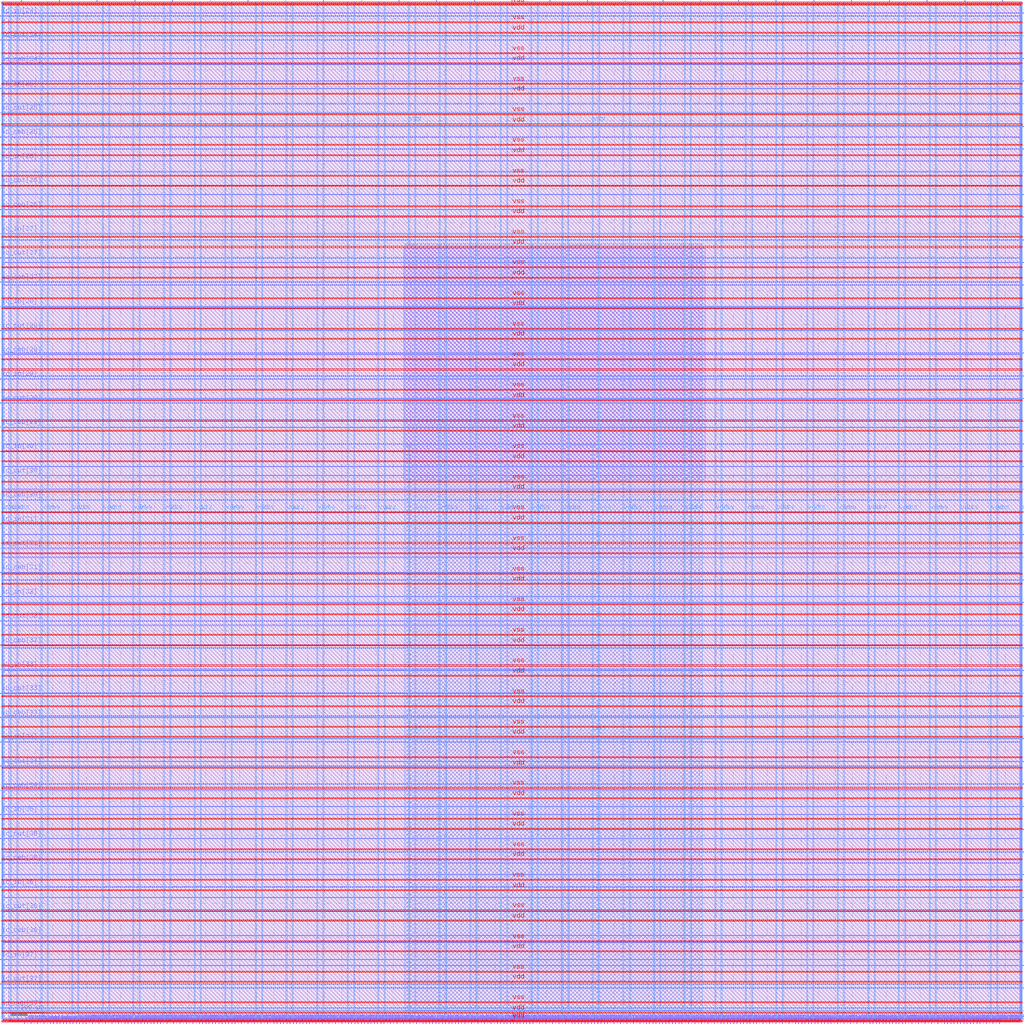
<source format=lef>
VERSION 5.7 ;
  NOWIREEXTENSIONATPIN ON ;
  DIVIDERCHAR "/" ;
  BUSBITCHARS "[]" ;
MACRO user_project_wrapper
  CLASS BLOCK ;
  FOREIGN user_project_wrapper ;
  ORIGIN 0.000 0.000 ;
  SIZE 3000.000 BY 3000.000 ;
  PIN io_in[0]
    DIRECTION INPUT ;
    USE SIGNAL ;
    PORT
      LAYER Metal3 ;
        RECT 2997.600 33.320 3004.800 34.440 ;
    END
  END io_in[0]
  PIN io_in[10]
    DIRECTION INPUT ;
    USE SIGNAL ;
    PORT
      LAYER Metal3 ;
        RECT 2997.600 2032.520 3004.800 2033.640 ;
    END
  END io_in[10]
  PIN io_in[11]
    DIRECTION INPUT ;
    USE SIGNAL ;
    PORT
      LAYER Metal3 ;
        RECT 2997.600 2232.440 3004.800 2233.560 ;
    END
  END io_in[11]
  PIN io_in[12]
    DIRECTION INPUT ;
    USE SIGNAL ;
    PORT
      LAYER Metal3 ;
        RECT 2997.600 2432.360 3004.800 2433.480 ;
    END
  END io_in[12]
  PIN io_in[13]
    DIRECTION INPUT ;
    USE SIGNAL ;
    PORT
      LAYER Metal3 ;
        RECT 2997.600 2632.280 3004.800 2633.400 ;
    END
  END io_in[13]
  PIN io_in[14]
    DIRECTION INPUT ;
    USE SIGNAL ;
    PORT
      LAYER Metal3 ;
        RECT 2997.600 2832.200 3004.800 2833.320 ;
    END
  END io_in[14]
  PIN io_in[15]
    DIRECTION INPUT ;
    USE SIGNAL ;
    PORT
      LAYER Metal2 ;
        RECT 2940.840 2997.600 2941.960 3004.800 ;
    END
  END io_in[15]
  PIN io_in[16]
    DIRECTION INPUT ;
    USE SIGNAL ;
    PORT
      LAYER Metal2 ;
        RECT 2608.200 2997.600 2609.320 3004.800 ;
    END
  END io_in[16]
  PIN io_in[17]
    DIRECTION INPUT ;
    USE SIGNAL ;
    PORT
      LAYER Metal2 ;
        RECT 2275.560 2997.600 2276.680 3004.800 ;
    END
  END io_in[17]
  PIN io_in[18]
    DIRECTION INPUT ;
    USE SIGNAL ;
    PORT
      LAYER Metal2 ;
        RECT 1942.920 2997.600 1944.040 3004.800 ;
    END
  END io_in[18]
  PIN io_in[19]
    DIRECTION INPUT ;
    USE SIGNAL ;
    PORT
      LAYER Metal2 ;
        RECT 1610.280 2997.600 1611.400 3004.800 ;
    END
  END io_in[19]
  PIN io_in[1]
    DIRECTION INPUT ;
    USE SIGNAL ;
    PORT
      LAYER Metal3 ;
        RECT 2997.600 233.240 3004.800 234.360 ;
    END
  END io_in[1]
  PIN io_in[20]
    DIRECTION INPUT ;
    USE SIGNAL ;
    PORT
      LAYER Metal2 ;
        RECT 1277.640 2997.600 1278.760 3004.800 ;
    END
  END io_in[20]
  PIN io_in[21]
    DIRECTION INPUT ;
    USE SIGNAL ;
    PORT
      LAYER Metal2 ;
        RECT 945.000 2997.600 946.120 3004.800 ;
    END
  END io_in[21]
  PIN io_in[22]
    DIRECTION INPUT ;
    USE SIGNAL ;
    PORT
      LAYER Metal2 ;
        RECT 612.360 2997.600 613.480 3004.800 ;
    END
  END io_in[22]
  PIN io_in[23]
    DIRECTION INPUT ;
    USE SIGNAL ;
    PORT
      LAYER Metal2 ;
        RECT 279.720 2997.600 280.840 3004.800 ;
    END
  END io_in[23]
  PIN io_in[24]
    DIRECTION INPUT ;
    USE SIGNAL ;
    PORT
      LAYER Metal3 ;
        RECT -4.800 2957.080 2.400 2958.200 ;
    END
  END io_in[24]
  PIN io_in[25]
    DIRECTION INPUT ;
    USE SIGNAL ;
    PORT
      LAYER Metal3 ;
        RECT -4.800 2743.720 2.400 2744.840 ;
    END
  END io_in[25]
  PIN io_in[26]
    DIRECTION INPUT ;
    USE SIGNAL ;
    PORT
      LAYER Metal3 ;
        RECT -4.800 2530.360 2.400 2531.480 ;
    END
  END io_in[26]
  PIN io_in[27]
    DIRECTION INPUT ;
    USE SIGNAL ;
    PORT
      LAYER Metal3 ;
        RECT -4.800 2317.000 2.400 2318.120 ;
    END
  END io_in[27]
  PIN io_in[28]
    DIRECTION INPUT ;
    USE SIGNAL ;
    PORT
      LAYER Metal3 ;
        RECT -4.800 2103.640 2.400 2104.760 ;
    END
  END io_in[28]
  PIN io_in[29]
    DIRECTION INPUT ;
    USE SIGNAL ;
    PORT
      LAYER Metal3 ;
        RECT -4.800 1890.280 2.400 1891.400 ;
    END
  END io_in[29]
  PIN io_in[2]
    DIRECTION INPUT ;
    USE SIGNAL ;
    PORT
      LAYER Metal3 ;
        RECT 2997.600 433.160 3004.800 434.280 ;
    END
  END io_in[2]
  PIN io_in[30]
    DIRECTION INPUT ;
    USE SIGNAL ;
    PORT
      LAYER Metal3 ;
        RECT -4.800 1676.920 2.400 1678.040 ;
    END
  END io_in[30]
  PIN io_in[31]
    DIRECTION INPUT ;
    USE SIGNAL ;
    PORT
      LAYER Metal3 ;
        RECT -4.800 1463.560 2.400 1464.680 ;
    END
  END io_in[31]
  PIN io_in[32]
    DIRECTION INPUT ;
    USE SIGNAL ;
    PORT
      LAYER Metal3 ;
        RECT -4.800 1250.200 2.400 1251.320 ;
    END
  END io_in[32]
  PIN io_in[33]
    DIRECTION INPUT ;
    USE SIGNAL ;
    PORT
      LAYER Metal3 ;
        RECT -4.800 1036.840 2.400 1037.960 ;
    END
  END io_in[33]
  PIN io_in[34]
    DIRECTION INPUT ;
    USE SIGNAL ;
    PORT
      LAYER Metal3 ;
        RECT -4.800 823.480 2.400 824.600 ;
    END
  END io_in[34]
  PIN io_in[35]
    DIRECTION INPUT ;
    USE SIGNAL ;
    PORT
      LAYER Metal3 ;
        RECT -4.800 610.120 2.400 611.240 ;
    END
  END io_in[35]
  PIN io_in[36]
    DIRECTION INPUT ;
    USE SIGNAL ;
    PORT
      LAYER Metal3 ;
        RECT -4.800 396.760 2.400 397.880 ;
    END
  END io_in[36]
  PIN io_in[37]
    DIRECTION INPUT ;
    USE SIGNAL ;
    PORT
      LAYER Metal3 ;
        RECT -4.800 183.400 2.400 184.520 ;
    END
  END io_in[37]
  PIN io_in[3]
    DIRECTION INPUT ;
    USE SIGNAL ;
    PORT
      LAYER Metal3 ;
        RECT 2997.600 633.080 3004.800 634.200 ;
    END
  END io_in[3]
  PIN io_in[4]
    DIRECTION INPUT ;
    USE SIGNAL ;
    PORT
      LAYER Metal3 ;
        RECT 2997.600 833.000 3004.800 834.120 ;
    END
  END io_in[4]
  PIN io_in[5]
    DIRECTION INPUT ;
    USE SIGNAL ;
    PORT
      LAYER Metal3 ;
        RECT 2997.600 1032.920 3004.800 1034.040 ;
    END
  END io_in[5]
  PIN io_in[6]
    DIRECTION INPUT ;
    USE SIGNAL ;
    PORT
      LAYER Metal3 ;
        RECT 2997.600 1232.840 3004.800 1233.960 ;
    END
  END io_in[6]
  PIN io_in[7]
    DIRECTION INPUT ;
    USE SIGNAL ;
    PORT
      LAYER Metal3 ;
        RECT 2997.600 1432.760 3004.800 1433.880 ;
    END
  END io_in[7]
  PIN io_in[8]
    DIRECTION INPUT ;
    USE SIGNAL ;
    PORT
      LAYER Metal3 ;
        RECT 2997.600 1632.680 3004.800 1633.800 ;
    END
  END io_in[8]
  PIN io_in[9]
    DIRECTION INPUT ;
    USE SIGNAL ;
    PORT
      LAYER Metal3 ;
        RECT 2997.600 1832.600 3004.800 1833.720 ;
    END
  END io_in[9]
  PIN io_oeb[0]
    DIRECTION OUTPUT TRISTATE ;
    USE SIGNAL ;
    PORT
      LAYER Metal3 ;
        RECT 2997.600 166.600 3004.800 167.720 ;
    END
  END io_oeb[0]
  PIN io_oeb[10]
    DIRECTION OUTPUT TRISTATE ;
    USE SIGNAL ;
    PORT
      LAYER Metal3 ;
        RECT 2997.600 2165.800 3004.800 2166.920 ;
    END
  END io_oeb[10]
  PIN io_oeb[11]
    DIRECTION OUTPUT TRISTATE ;
    USE SIGNAL ;
    PORT
      LAYER Metal3 ;
        RECT 2997.600 2365.720 3004.800 2366.840 ;
    END
  END io_oeb[11]
  PIN io_oeb[12]
    DIRECTION OUTPUT TRISTATE ;
    USE SIGNAL ;
    PORT
      LAYER Metal3 ;
        RECT 2997.600 2565.640 3004.800 2566.760 ;
    END
  END io_oeb[12]
  PIN io_oeb[13]
    DIRECTION OUTPUT TRISTATE ;
    USE SIGNAL ;
    PORT
      LAYER Metal3 ;
        RECT 2997.600 2765.560 3004.800 2766.680 ;
    END
  END io_oeb[13]
  PIN io_oeb[14]
    DIRECTION OUTPUT TRISTATE ;
    USE SIGNAL ;
    PORT
      LAYER Metal3 ;
        RECT 2997.600 2965.480 3004.800 2966.600 ;
    END
  END io_oeb[14]
  PIN io_oeb[15]
    DIRECTION OUTPUT TRISTATE ;
    USE SIGNAL ;
    PORT
      LAYER Metal2 ;
        RECT 2719.080 2997.600 2720.200 3004.800 ;
    END
  END io_oeb[15]
  PIN io_oeb[16]
    DIRECTION OUTPUT TRISTATE ;
    USE SIGNAL ;
    PORT
      LAYER Metal2 ;
        RECT 2386.440 2997.600 2387.560 3004.800 ;
    END
  END io_oeb[16]
  PIN io_oeb[17]
    DIRECTION OUTPUT TRISTATE ;
    USE SIGNAL ;
    PORT
      LAYER Metal2 ;
        RECT 2053.800 2997.600 2054.920 3004.800 ;
    END
  END io_oeb[17]
  PIN io_oeb[18]
    DIRECTION OUTPUT TRISTATE ;
    USE SIGNAL ;
    PORT
      LAYER Metal2 ;
        RECT 1721.160 2997.600 1722.280 3004.800 ;
    END
  END io_oeb[18]
  PIN io_oeb[19]
    DIRECTION OUTPUT TRISTATE ;
    USE SIGNAL ;
    PORT
      LAYER Metal2 ;
        RECT 1388.520 2997.600 1389.640 3004.800 ;
    END
  END io_oeb[19]
  PIN io_oeb[1]
    DIRECTION OUTPUT TRISTATE ;
    USE SIGNAL ;
    PORT
      LAYER Metal3 ;
        RECT 2997.600 366.520 3004.800 367.640 ;
    END
  END io_oeb[1]
  PIN io_oeb[20]
    DIRECTION OUTPUT TRISTATE ;
    USE SIGNAL ;
    PORT
      LAYER Metal2 ;
        RECT 1055.880 2997.600 1057.000 3004.800 ;
    END
  END io_oeb[20]
  PIN io_oeb[21]
    DIRECTION OUTPUT TRISTATE ;
    USE SIGNAL ;
    PORT
      LAYER Metal2 ;
        RECT 723.240 2997.600 724.360 3004.800 ;
    END
  END io_oeb[21]
  PIN io_oeb[22]
    DIRECTION OUTPUT TRISTATE ;
    USE SIGNAL ;
    PORT
      LAYER Metal2 ;
        RECT 390.600 2997.600 391.720 3004.800 ;
    END
  END io_oeb[22]
  PIN io_oeb[23]
    DIRECTION OUTPUT TRISTATE ;
    USE SIGNAL ;
    PORT
      LAYER Metal2 ;
        RECT 57.960 2997.600 59.080 3004.800 ;
    END
  END io_oeb[23]
  PIN io_oeb[24]
    DIRECTION OUTPUT TRISTATE ;
    USE SIGNAL ;
    PORT
      LAYER Metal3 ;
        RECT -4.800 2814.840 2.400 2815.960 ;
    END
  END io_oeb[24]
  PIN io_oeb[25]
    DIRECTION OUTPUT TRISTATE ;
    USE SIGNAL ;
    PORT
      LAYER Metal3 ;
        RECT -4.800 2601.480 2.400 2602.600 ;
    END
  END io_oeb[25]
  PIN io_oeb[26]
    DIRECTION OUTPUT TRISTATE ;
    USE SIGNAL ;
    PORT
      LAYER Metal3 ;
        RECT -4.800 2388.120 2.400 2389.240 ;
    END
  END io_oeb[26]
  PIN io_oeb[27]
    DIRECTION OUTPUT TRISTATE ;
    USE SIGNAL ;
    PORT
      LAYER Metal3 ;
        RECT -4.800 2174.760 2.400 2175.880 ;
    END
  END io_oeb[27]
  PIN io_oeb[28]
    DIRECTION OUTPUT TRISTATE ;
    USE SIGNAL ;
    PORT
      LAYER Metal3 ;
        RECT -4.800 1961.400 2.400 1962.520 ;
    END
  END io_oeb[28]
  PIN io_oeb[29]
    DIRECTION OUTPUT TRISTATE ;
    USE SIGNAL ;
    PORT
      LAYER Metal3 ;
        RECT -4.800 1748.040 2.400 1749.160 ;
    END
  END io_oeb[29]
  PIN io_oeb[2]
    DIRECTION OUTPUT TRISTATE ;
    USE SIGNAL ;
    PORT
      LAYER Metal3 ;
        RECT 2997.600 566.440 3004.800 567.560 ;
    END
  END io_oeb[2]
  PIN io_oeb[30]
    DIRECTION OUTPUT TRISTATE ;
    USE SIGNAL ;
    PORT
      LAYER Metal3 ;
        RECT -4.800 1534.680 2.400 1535.800 ;
    END
  END io_oeb[30]
  PIN io_oeb[31]
    DIRECTION OUTPUT TRISTATE ;
    USE SIGNAL ;
    PORT
      LAYER Metal3 ;
        RECT -4.800 1321.320 2.400 1322.440 ;
    END
  END io_oeb[31]
  PIN io_oeb[32]
    DIRECTION OUTPUT TRISTATE ;
    USE SIGNAL ;
    PORT
      LAYER Metal3 ;
        RECT -4.800 1107.960 2.400 1109.080 ;
    END
  END io_oeb[32]
  PIN io_oeb[33]
    DIRECTION OUTPUT TRISTATE ;
    USE SIGNAL ;
    PORT
      LAYER Metal3 ;
        RECT -4.800 894.600 2.400 895.720 ;
    END
  END io_oeb[33]
  PIN io_oeb[34]
    DIRECTION OUTPUT TRISTATE ;
    USE SIGNAL ;
    PORT
      LAYER Metal3 ;
        RECT -4.800 681.240 2.400 682.360 ;
    END
  END io_oeb[34]
  PIN io_oeb[35]
    DIRECTION OUTPUT TRISTATE ;
    USE SIGNAL ;
    PORT
      LAYER Metal3 ;
        RECT -4.800 467.880 2.400 469.000 ;
    END
  END io_oeb[35]
  PIN io_oeb[36]
    DIRECTION OUTPUT TRISTATE ;
    USE SIGNAL ;
    PORT
      LAYER Metal3 ;
        RECT -4.800 254.520 2.400 255.640 ;
    END
  END io_oeb[36]
  PIN io_oeb[37]
    DIRECTION OUTPUT TRISTATE ;
    USE SIGNAL ;
    PORT
      LAYER Metal3 ;
        RECT -4.800 41.160 2.400 42.280 ;
    END
  END io_oeb[37]
  PIN io_oeb[3]
    DIRECTION OUTPUT TRISTATE ;
    USE SIGNAL ;
    PORT
      LAYER Metal3 ;
        RECT 2997.600 766.360 3004.800 767.480 ;
    END
  END io_oeb[3]
  PIN io_oeb[4]
    DIRECTION OUTPUT TRISTATE ;
    USE SIGNAL ;
    PORT
      LAYER Metal3 ;
        RECT 2997.600 966.280 3004.800 967.400 ;
    END
  END io_oeb[4]
  PIN io_oeb[5]
    DIRECTION OUTPUT TRISTATE ;
    USE SIGNAL ;
    PORT
      LAYER Metal3 ;
        RECT 2997.600 1166.200 3004.800 1167.320 ;
    END
  END io_oeb[5]
  PIN io_oeb[6]
    DIRECTION OUTPUT TRISTATE ;
    USE SIGNAL ;
    PORT
      LAYER Metal3 ;
        RECT 2997.600 1366.120 3004.800 1367.240 ;
    END
  END io_oeb[6]
  PIN io_oeb[7]
    DIRECTION OUTPUT TRISTATE ;
    USE SIGNAL ;
    PORT
      LAYER Metal3 ;
        RECT 2997.600 1566.040 3004.800 1567.160 ;
    END
  END io_oeb[7]
  PIN io_oeb[8]
    DIRECTION OUTPUT TRISTATE ;
    USE SIGNAL ;
    PORT
      LAYER Metal3 ;
        RECT 2997.600 1765.960 3004.800 1767.080 ;
    END
  END io_oeb[8]
  PIN io_oeb[9]
    DIRECTION OUTPUT TRISTATE ;
    USE SIGNAL ;
    PORT
      LAYER Metal3 ;
        RECT 2997.600 1965.880 3004.800 1967.000 ;
    END
  END io_oeb[9]
  PIN io_out[0]
    DIRECTION OUTPUT TRISTATE ;
    USE SIGNAL ;
    PORT
      LAYER Metal3 ;
        RECT 2997.600 99.960 3004.800 101.080 ;
    END
  END io_out[0]
  PIN io_out[10]
    DIRECTION OUTPUT TRISTATE ;
    USE SIGNAL ;
    PORT
      LAYER Metal3 ;
        RECT 2997.600 2099.160 3004.800 2100.280 ;
    END
  END io_out[10]
  PIN io_out[11]
    DIRECTION OUTPUT TRISTATE ;
    USE SIGNAL ;
    PORT
      LAYER Metal3 ;
        RECT 2997.600 2299.080 3004.800 2300.200 ;
    END
  END io_out[11]
  PIN io_out[12]
    DIRECTION OUTPUT TRISTATE ;
    USE SIGNAL ;
    PORT
      LAYER Metal3 ;
        RECT 2997.600 2499.000 3004.800 2500.120 ;
    END
  END io_out[12]
  PIN io_out[13]
    DIRECTION OUTPUT TRISTATE ;
    USE SIGNAL ;
    PORT
      LAYER Metal3 ;
        RECT 2997.600 2698.920 3004.800 2700.040 ;
    END
  END io_out[13]
  PIN io_out[14]
    DIRECTION OUTPUT TRISTATE ;
    USE SIGNAL ;
    PORT
      LAYER Metal3 ;
        RECT 2997.600 2898.840 3004.800 2899.960 ;
    END
  END io_out[14]
  PIN io_out[15]
    DIRECTION OUTPUT TRISTATE ;
    USE SIGNAL ;
    PORT
      LAYER Metal2 ;
        RECT 2829.960 2997.600 2831.080 3004.800 ;
    END
  END io_out[15]
  PIN io_out[16]
    DIRECTION OUTPUT TRISTATE ;
    USE SIGNAL ;
    PORT
      LAYER Metal2 ;
        RECT 2497.320 2997.600 2498.440 3004.800 ;
    END
  END io_out[16]
  PIN io_out[17]
    DIRECTION OUTPUT TRISTATE ;
    USE SIGNAL ;
    PORT
      LAYER Metal2 ;
        RECT 2164.680 2997.600 2165.800 3004.800 ;
    END
  END io_out[17]
  PIN io_out[18]
    DIRECTION OUTPUT TRISTATE ;
    USE SIGNAL ;
    PORT
      LAYER Metal2 ;
        RECT 1832.040 2997.600 1833.160 3004.800 ;
    END
  END io_out[18]
  PIN io_out[19]
    DIRECTION OUTPUT TRISTATE ;
    USE SIGNAL ;
    PORT
      LAYER Metal2 ;
        RECT 1499.400 2997.600 1500.520 3004.800 ;
    END
  END io_out[19]
  PIN io_out[1]
    DIRECTION OUTPUT TRISTATE ;
    USE SIGNAL ;
    PORT
      LAYER Metal3 ;
        RECT 2997.600 299.880 3004.800 301.000 ;
    END
  END io_out[1]
  PIN io_out[20]
    DIRECTION OUTPUT TRISTATE ;
    USE SIGNAL ;
    PORT
      LAYER Metal2 ;
        RECT 1166.760 2997.600 1167.880 3004.800 ;
    END
  END io_out[20]
  PIN io_out[21]
    DIRECTION OUTPUT TRISTATE ;
    USE SIGNAL ;
    PORT
      LAYER Metal2 ;
        RECT 834.120 2997.600 835.240 3004.800 ;
    END
  END io_out[21]
  PIN io_out[22]
    DIRECTION OUTPUT TRISTATE ;
    USE SIGNAL ;
    PORT
      LAYER Metal2 ;
        RECT 501.480 2997.600 502.600 3004.800 ;
    END
  END io_out[22]
  PIN io_out[23]
    DIRECTION OUTPUT TRISTATE ;
    USE SIGNAL ;
    PORT
      LAYER Metal2 ;
        RECT 168.840 2997.600 169.960 3004.800 ;
    END
  END io_out[23]
  PIN io_out[24]
    DIRECTION OUTPUT TRISTATE ;
    USE SIGNAL ;
    PORT
      LAYER Metal3 ;
        RECT -4.800 2885.960 2.400 2887.080 ;
    END
  END io_out[24]
  PIN io_out[25]
    DIRECTION OUTPUT TRISTATE ;
    USE SIGNAL ;
    PORT
      LAYER Metal3 ;
        RECT -4.800 2672.600 2.400 2673.720 ;
    END
  END io_out[25]
  PIN io_out[26]
    DIRECTION OUTPUT TRISTATE ;
    USE SIGNAL ;
    PORT
      LAYER Metal3 ;
        RECT -4.800 2459.240 2.400 2460.360 ;
    END
  END io_out[26]
  PIN io_out[27]
    DIRECTION OUTPUT TRISTATE ;
    USE SIGNAL ;
    PORT
      LAYER Metal3 ;
        RECT -4.800 2245.880 2.400 2247.000 ;
    END
  END io_out[27]
  PIN io_out[28]
    DIRECTION OUTPUT TRISTATE ;
    USE SIGNAL ;
    PORT
      LAYER Metal3 ;
        RECT -4.800 2032.520 2.400 2033.640 ;
    END
  END io_out[28]
  PIN io_out[29]
    DIRECTION OUTPUT TRISTATE ;
    USE SIGNAL ;
    PORT
      LAYER Metal3 ;
        RECT -4.800 1819.160 2.400 1820.280 ;
    END
  END io_out[29]
  PIN io_out[2]
    DIRECTION OUTPUT TRISTATE ;
    USE SIGNAL ;
    PORT
      LAYER Metal3 ;
        RECT 2997.600 499.800 3004.800 500.920 ;
    END
  END io_out[2]
  PIN io_out[30]
    DIRECTION OUTPUT TRISTATE ;
    USE SIGNAL ;
    PORT
      LAYER Metal3 ;
        RECT -4.800 1605.800 2.400 1606.920 ;
    END
  END io_out[30]
  PIN io_out[31]
    DIRECTION OUTPUT TRISTATE ;
    USE SIGNAL ;
    PORT
      LAYER Metal3 ;
        RECT -4.800 1392.440 2.400 1393.560 ;
    END
  END io_out[31]
  PIN io_out[32]
    DIRECTION OUTPUT TRISTATE ;
    USE SIGNAL ;
    PORT
      LAYER Metal3 ;
        RECT -4.800 1179.080 2.400 1180.200 ;
    END
  END io_out[32]
  PIN io_out[33]
    DIRECTION OUTPUT TRISTATE ;
    USE SIGNAL ;
    PORT
      LAYER Metal3 ;
        RECT -4.800 965.720 2.400 966.840 ;
    END
  END io_out[33]
  PIN io_out[34]
    DIRECTION OUTPUT TRISTATE ;
    USE SIGNAL ;
    PORT
      LAYER Metal3 ;
        RECT -4.800 752.360 2.400 753.480 ;
    END
  END io_out[34]
  PIN io_out[35]
    DIRECTION OUTPUT TRISTATE ;
    USE SIGNAL ;
    PORT
      LAYER Metal3 ;
        RECT -4.800 539.000 2.400 540.120 ;
    END
  END io_out[35]
  PIN io_out[36]
    DIRECTION OUTPUT TRISTATE ;
    USE SIGNAL ;
    PORT
      LAYER Metal3 ;
        RECT -4.800 325.640 2.400 326.760 ;
    END
  END io_out[36]
  PIN io_out[37]
    DIRECTION OUTPUT TRISTATE ;
    USE SIGNAL ;
    PORT
      LAYER Metal3 ;
        RECT -4.800 112.280 2.400 113.400 ;
    END
  END io_out[37]
  PIN io_out[3]
    DIRECTION OUTPUT TRISTATE ;
    USE SIGNAL ;
    PORT
      LAYER Metal3 ;
        RECT 2997.600 699.720 3004.800 700.840 ;
    END
  END io_out[3]
  PIN io_out[4]
    DIRECTION OUTPUT TRISTATE ;
    USE SIGNAL ;
    PORT
      LAYER Metal3 ;
        RECT 2997.600 899.640 3004.800 900.760 ;
    END
  END io_out[4]
  PIN io_out[5]
    DIRECTION OUTPUT TRISTATE ;
    USE SIGNAL ;
    PORT
      LAYER Metal3 ;
        RECT 2997.600 1099.560 3004.800 1100.680 ;
    END
  END io_out[5]
  PIN io_out[6]
    DIRECTION OUTPUT TRISTATE ;
    USE SIGNAL ;
    PORT
      LAYER Metal3 ;
        RECT 2997.600 1299.480 3004.800 1300.600 ;
    END
  END io_out[6]
  PIN io_out[7]
    DIRECTION OUTPUT TRISTATE ;
    USE SIGNAL ;
    PORT
      LAYER Metal3 ;
        RECT 2997.600 1499.400 3004.800 1500.520 ;
    END
  END io_out[7]
  PIN io_out[8]
    DIRECTION OUTPUT TRISTATE ;
    USE SIGNAL ;
    PORT
      LAYER Metal3 ;
        RECT 2997.600 1699.320 3004.800 1700.440 ;
    END
  END io_out[8]
  PIN io_out[9]
    DIRECTION OUTPUT TRISTATE ;
    USE SIGNAL ;
    PORT
      LAYER Metal3 ;
        RECT 2997.600 1899.240 3004.800 1900.360 ;
    END
  END io_out[9]
  PIN la_data_in[0]
    DIRECTION INPUT ;
    USE SIGNAL ;
    PORT
      LAYER Metal2 ;
        RECT 1075.480 -4.800 1076.600 2.400 ;
    END
  END la_data_in[0]
  PIN la_data_in[10]
    DIRECTION INPUT ;
    USE SIGNAL ;
    PORT
      LAYER Metal2 ;
        RECT 1361.080 -4.800 1362.200 2.400 ;
    END
  END la_data_in[10]
  PIN la_data_in[11]
    DIRECTION INPUT ;
    USE SIGNAL ;
    PORT
      LAYER Metal2 ;
        RECT 1389.640 -4.800 1390.760 2.400 ;
    END
  END la_data_in[11]
  PIN la_data_in[12]
    DIRECTION INPUT ;
    USE SIGNAL ;
    PORT
      LAYER Metal2 ;
        RECT 1418.200 -4.800 1419.320 2.400 ;
    END
  END la_data_in[12]
  PIN la_data_in[13]
    DIRECTION INPUT ;
    USE SIGNAL ;
    PORT
      LAYER Metal2 ;
        RECT 1446.760 -4.800 1447.880 2.400 ;
    END
  END la_data_in[13]
  PIN la_data_in[14]
    DIRECTION INPUT ;
    USE SIGNAL ;
    PORT
      LAYER Metal2 ;
        RECT 1475.320 -4.800 1476.440 2.400 ;
    END
  END la_data_in[14]
  PIN la_data_in[15]
    DIRECTION INPUT ;
    USE SIGNAL ;
    PORT
      LAYER Metal2 ;
        RECT 1503.880 -4.800 1505.000 2.400 ;
    END
  END la_data_in[15]
  PIN la_data_in[16]
    DIRECTION INPUT ;
    USE SIGNAL ;
    PORT
      LAYER Metal2 ;
        RECT 1532.440 -4.800 1533.560 2.400 ;
    END
  END la_data_in[16]
  PIN la_data_in[17]
    DIRECTION INPUT ;
    USE SIGNAL ;
    PORT
      LAYER Metal2 ;
        RECT 1561.000 -4.800 1562.120 2.400 ;
    END
  END la_data_in[17]
  PIN la_data_in[18]
    DIRECTION INPUT ;
    USE SIGNAL ;
    PORT
      LAYER Metal2 ;
        RECT 1589.560 -4.800 1590.680 2.400 ;
    END
  END la_data_in[18]
  PIN la_data_in[19]
    DIRECTION INPUT ;
    USE SIGNAL ;
    PORT
      LAYER Metal2 ;
        RECT 1618.120 -4.800 1619.240 2.400 ;
    END
  END la_data_in[19]
  PIN la_data_in[1]
    DIRECTION INPUT ;
    USE SIGNAL ;
    PORT
      LAYER Metal2 ;
        RECT 1104.040 -4.800 1105.160 2.400 ;
    END
  END la_data_in[1]
  PIN la_data_in[20]
    DIRECTION INPUT ;
    USE SIGNAL ;
    PORT
      LAYER Metal2 ;
        RECT 1646.680 -4.800 1647.800 2.400 ;
    END
  END la_data_in[20]
  PIN la_data_in[21]
    DIRECTION INPUT ;
    USE SIGNAL ;
    PORT
      LAYER Metal2 ;
        RECT 1675.240 -4.800 1676.360 2.400 ;
    END
  END la_data_in[21]
  PIN la_data_in[22]
    DIRECTION INPUT ;
    USE SIGNAL ;
    PORT
      LAYER Metal2 ;
        RECT 1703.800 -4.800 1704.920 2.400 ;
    END
  END la_data_in[22]
  PIN la_data_in[23]
    DIRECTION INPUT ;
    USE SIGNAL ;
    PORT
      LAYER Metal2 ;
        RECT 1732.360 -4.800 1733.480 2.400 ;
    END
  END la_data_in[23]
  PIN la_data_in[24]
    DIRECTION INPUT ;
    USE SIGNAL ;
    PORT
      LAYER Metal2 ;
        RECT 1760.920 -4.800 1762.040 2.400 ;
    END
  END la_data_in[24]
  PIN la_data_in[25]
    DIRECTION INPUT ;
    USE SIGNAL ;
    PORT
      LAYER Metal2 ;
        RECT 1789.480 -4.800 1790.600 2.400 ;
    END
  END la_data_in[25]
  PIN la_data_in[26]
    DIRECTION INPUT ;
    USE SIGNAL ;
    PORT
      LAYER Metal2 ;
        RECT 1818.040 -4.800 1819.160 2.400 ;
    END
  END la_data_in[26]
  PIN la_data_in[27]
    DIRECTION INPUT ;
    USE SIGNAL ;
    PORT
      LAYER Metal2 ;
        RECT 1846.600 -4.800 1847.720 2.400 ;
    END
  END la_data_in[27]
  PIN la_data_in[28]
    DIRECTION INPUT ;
    USE SIGNAL ;
    PORT
      LAYER Metal2 ;
        RECT 1875.160 -4.800 1876.280 2.400 ;
    END
  END la_data_in[28]
  PIN la_data_in[29]
    DIRECTION INPUT ;
    USE SIGNAL ;
    PORT
      LAYER Metal2 ;
        RECT 1903.720 -4.800 1904.840 2.400 ;
    END
  END la_data_in[29]
  PIN la_data_in[2]
    DIRECTION INPUT ;
    USE SIGNAL ;
    PORT
      LAYER Metal2 ;
        RECT 1132.600 -4.800 1133.720 2.400 ;
    END
  END la_data_in[2]
  PIN la_data_in[30]
    DIRECTION INPUT ;
    USE SIGNAL ;
    PORT
      LAYER Metal2 ;
        RECT 1932.280 -4.800 1933.400 2.400 ;
    END
  END la_data_in[30]
  PIN la_data_in[31]
    DIRECTION INPUT ;
    USE SIGNAL ;
    PORT
      LAYER Metal2 ;
        RECT 1960.840 -4.800 1961.960 2.400 ;
    END
  END la_data_in[31]
  PIN la_data_in[32]
    DIRECTION INPUT ;
    USE SIGNAL ;
    PORT
      LAYER Metal2 ;
        RECT 1989.400 -4.800 1990.520 2.400 ;
    END
  END la_data_in[32]
  PIN la_data_in[33]
    DIRECTION INPUT ;
    USE SIGNAL ;
    PORT
      LAYER Metal2 ;
        RECT 2017.960 -4.800 2019.080 2.400 ;
    END
  END la_data_in[33]
  PIN la_data_in[34]
    DIRECTION INPUT ;
    USE SIGNAL ;
    PORT
      LAYER Metal2 ;
        RECT 2046.520 -4.800 2047.640 2.400 ;
    END
  END la_data_in[34]
  PIN la_data_in[35]
    DIRECTION INPUT ;
    USE SIGNAL ;
    PORT
      LAYER Metal2 ;
        RECT 2075.080 -4.800 2076.200 2.400 ;
    END
  END la_data_in[35]
  PIN la_data_in[36]
    DIRECTION INPUT ;
    USE SIGNAL ;
    PORT
      LAYER Metal2 ;
        RECT 2103.640 -4.800 2104.760 2.400 ;
    END
  END la_data_in[36]
  PIN la_data_in[37]
    DIRECTION INPUT ;
    USE SIGNAL ;
    PORT
      LAYER Metal2 ;
        RECT 2132.200 -4.800 2133.320 2.400 ;
    END
  END la_data_in[37]
  PIN la_data_in[38]
    DIRECTION INPUT ;
    USE SIGNAL ;
    PORT
      LAYER Metal2 ;
        RECT 2160.760 -4.800 2161.880 2.400 ;
    END
  END la_data_in[38]
  PIN la_data_in[39]
    DIRECTION INPUT ;
    USE SIGNAL ;
    PORT
      LAYER Metal2 ;
        RECT 2189.320 -4.800 2190.440 2.400 ;
    END
  END la_data_in[39]
  PIN la_data_in[3]
    DIRECTION INPUT ;
    USE SIGNAL ;
    PORT
      LAYER Metal2 ;
        RECT 1161.160 -4.800 1162.280 2.400 ;
    END
  END la_data_in[3]
  PIN la_data_in[40]
    DIRECTION INPUT ;
    USE SIGNAL ;
    PORT
      LAYER Metal2 ;
        RECT 2217.880 -4.800 2219.000 2.400 ;
    END
  END la_data_in[40]
  PIN la_data_in[41]
    DIRECTION INPUT ;
    USE SIGNAL ;
    PORT
      LAYER Metal2 ;
        RECT 2246.440 -4.800 2247.560 2.400 ;
    END
  END la_data_in[41]
  PIN la_data_in[42]
    DIRECTION INPUT ;
    USE SIGNAL ;
    PORT
      LAYER Metal2 ;
        RECT 2275.000 -4.800 2276.120 2.400 ;
    END
  END la_data_in[42]
  PIN la_data_in[43]
    DIRECTION INPUT ;
    USE SIGNAL ;
    PORT
      LAYER Metal2 ;
        RECT 2303.560 -4.800 2304.680 2.400 ;
    END
  END la_data_in[43]
  PIN la_data_in[44]
    DIRECTION INPUT ;
    USE SIGNAL ;
    PORT
      LAYER Metal2 ;
        RECT 2332.120 -4.800 2333.240 2.400 ;
    END
  END la_data_in[44]
  PIN la_data_in[45]
    DIRECTION INPUT ;
    USE SIGNAL ;
    PORT
      LAYER Metal2 ;
        RECT 2360.680 -4.800 2361.800 2.400 ;
    END
  END la_data_in[45]
  PIN la_data_in[46]
    DIRECTION INPUT ;
    USE SIGNAL ;
    PORT
      LAYER Metal2 ;
        RECT 2389.240 -4.800 2390.360 2.400 ;
    END
  END la_data_in[46]
  PIN la_data_in[47]
    DIRECTION INPUT ;
    USE SIGNAL ;
    PORT
      LAYER Metal2 ;
        RECT 2417.800 -4.800 2418.920 2.400 ;
    END
  END la_data_in[47]
  PIN la_data_in[48]
    DIRECTION INPUT ;
    USE SIGNAL ;
    PORT
      LAYER Metal2 ;
        RECT 2446.360 -4.800 2447.480 2.400 ;
    END
  END la_data_in[48]
  PIN la_data_in[49]
    DIRECTION INPUT ;
    USE SIGNAL ;
    PORT
      LAYER Metal2 ;
        RECT 2474.920 -4.800 2476.040 2.400 ;
    END
  END la_data_in[49]
  PIN la_data_in[4]
    DIRECTION INPUT ;
    USE SIGNAL ;
    PORT
      LAYER Metal2 ;
        RECT 1189.720 -4.800 1190.840 2.400 ;
    END
  END la_data_in[4]
  PIN la_data_in[50]
    DIRECTION INPUT ;
    USE SIGNAL ;
    PORT
      LAYER Metal2 ;
        RECT 2503.480 -4.800 2504.600 2.400 ;
    END
  END la_data_in[50]
  PIN la_data_in[51]
    DIRECTION INPUT ;
    USE SIGNAL ;
    PORT
      LAYER Metal2 ;
        RECT 2532.040 -4.800 2533.160 2.400 ;
    END
  END la_data_in[51]
  PIN la_data_in[52]
    DIRECTION INPUT ;
    USE SIGNAL ;
    PORT
      LAYER Metal2 ;
        RECT 2560.600 -4.800 2561.720 2.400 ;
    END
  END la_data_in[52]
  PIN la_data_in[53]
    DIRECTION INPUT ;
    USE SIGNAL ;
    PORT
      LAYER Metal2 ;
        RECT 2589.160 -4.800 2590.280 2.400 ;
    END
  END la_data_in[53]
  PIN la_data_in[54]
    DIRECTION INPUT ;
    USE SIGNAL ;
    PORT
      LAYER Metal2 ;
        RECT 2617.720 -4.800 2618.840 2.400 ;
    END
  END la_data_in[54]
  PIN la_data_in[55]
    DIRECTION INPUT ;
    USE SIGNAL ;
    PORT
      LAYER Metal2 ;
        RECT 2646.280 -4.800 2647.400 2.400 ;
    END
  END la_data_in[55]
  PIN la_data_in[56]
    DIRECTION INPUT ;
    USE SIGNAL ;
    PORT
      LAYER Metal2 ;
        RECT 2674.840 -4.800 2675.960 2.400 ;
    END
  END la_data_in[56]
  PIN la_data_in[57]
    DIRECTION INPUT ;
    USE SIGNAL ;
    PORT
      LAYER Metal2 ;
        RECT 2703.400 -4.800 2704.520 2.400 ;
    END
  END la_data_in[57]
  PIN la_data_in[58]
    DIRECTION INPUT ;
    USE SIGNAL ;
    PORT
      LAYER Metal2 ;
        RECT 2731.960 -4.800 2733.080 2.400 ;
    END
  END la_data_in[58]
  PIN la_data_in[59]
    DIRECTION INPUT ;
    USE SIGNAL ;
    PORT
      LAYER Metal2 ;
        RECT 2760.520 -4.800 2761.640 2.400 ;
    END
  END la_data_in[59]
  PIN la_data_in[5]
    DIRECTION INPUT ;
    USE SIGNAL ;
    PORT
      LAYER Metal2 ;
        RECT 1218.280 -4.800 1219.400 2.400 ;
    END
  END la_data_in[5]
  PIN la_data_in[60]
    DIRECTION INPUT ;
    USE SIGNAL ;
    PORT
      LAYER Metal2 ;
        RECT 2789.080 -4.800 2790.200 2.400 ;
    END
  END la_data_in[60]
  PIN la_data_in[61]
    DIRECTION INPUT ;
    USE SIGNAL ;
    PORT
      LAYER Metal2 ;
        RECT 2817.640 -4.800 2818.760 2.400 ;
    END
  END la_data_in[61]
  PIN la_data_in[62]
    DIRECTION INPUT ;
    USE SIGNAL ;
    PORT
      LAYER Metal2 ;
        RECT 2846.200 -4.800 2847.320 2.400 ;
    END
  END la_data_in[62]
  PIN la_data_in[63]
    DIRECTION INPUT ;
    USE SIGNAL ;
    PORT
      LAYER Metal2 ;
        RECT 2874.760 -4.800 2875.880 2.400 ;
    END
  END la_data_in[63]
  PIN la_data_in[6]
    DIRECTION INPUT ;
    USE SIGNAL ;
    PORT
      LAYER Metal2 ;
        RECT 1246.840 -4.800 1247.960 2.400 ;
    END
  END la_data_in[6]
  PIN la_data_in[7]
    DIRECTION INPUT ;
    USE SIGNAL ;
    PORT
      LAYER Metal2 ;
        RECT 1275.400 -4.800 1276.520 2.400 ;
    END
  END la_data_in[7]
  PIN la_data_in[8]
    DIRECTION INPUT ;
    USE SIGNAL ;
    PORT
      LAYER Metal2 ;
        RECT 1303.960 -4.800 1305.080 2.400 ;
    END
  END la_data_in[8]
  PIN la_data_in[9]
    DIRECTION INPUT ;
    USE SIGNAL ;
    PORT
      LAYER Metal2 ;
        RECT 1332.520 -4.800 1333.640 2.400 ;
    END
  END la_data_in[9]
  PIN la_data_out[0]
    DIRECTION OUTPUT TRISTATE ;
    USE SIGNAL ;
    PORT
      LAYER Metal2 ;
        RECT 1085.000 -4.800 1086.120 2.400 ;
    END
  END la_data_out[0]
  PIN la_data_out[10]
    DIRECTION OUTPUT TRISTATE ;
    USE SIGNAL ;
    PORT
      LAYER Metal2 ;
        RECT 1370.600 -4.800 1371.720 2.400 ;
    END
  END la_data_out[10]
  PIN la_data_out[11]
    DIRECTION OUTPUT TRISTATE ;
    USE SIGNAL ;
    PORT
      LAYER Metal2 ;
        RECT 1399.160 -4.800 1400.280 2.400 ;
    END
  END la_data_out[11]
  PIN la_data_out[12]
    DIRECTION OUTPUT TRISTATE ;
    USE SIGNAL ;
    PORT
      LAYER Metal2 ;
        RECT 1427.720 -4.800 1428.840 2.400 ;
    END
  END la_data_out[12]
  PIN la_data_out[13]
    DIRECTION OUTPUT TRISTATE ;
    USE SIGNAL ;
    PORT
      LAYER Metal2 ;
        RECT 1456.280 -4.800 1457.400 2.400 ;
    END
  END la_data_out[13]
  PIN la_data_out[14]
    DIRECTION OUTPUT TRISTATE ;
    USE SIGNAL ;
    PORT
      LAYER Metal2 ;
        RECT 1484.840 -4.800 1485.960 2.400 ;
    END
  END la_data_out[14]
  PIN la_data_out[15]
    DIRECTION OUTPUT TRISTATE ;
    USE SIGNAL ;
    PORT
      LAYER Metal2 ;
        RECT 1513.400 -4.800 1514.520 2.400 ;
    END
  END la_data_out[15]
  PIN la_data_out[16]
    DIRECTION OUTPUT TRISTATE ;
    USE SIGNAL ;
    PORT
      LAYER Metal2 ;
        RECT 1541.960 -4.800 1543.080 2.400 ;
    END
  END la_data_out[16]
  PIN la_data_out[17]
    DIRECTION OUTPUT TRISTATE ;
    USE SIGNAL ;
    PORT
      LAYER Metal2 ;
        RECT 1570.520 -4.800 1571.640 2.400 ;
    END
  END la_data_out[17]
  PIN la_data_out[18]
    DIRECTION OUTPUT TRISTATE ;
    USE SIGNAL ;
    PORT
      LAYER Metal2 ;
        RECT 1599.080 -4.800 1600.200 2.400 ;
    END
  END la_data_out[18]
  PIN la_data_out[19]
    DIRECTION OUTPUT TRISTATE ;
    USE SIGNAL ;
    PORT
      LAYER Metal2 ;
        RECT 1627.640 -4.800 1628.760 2.400 ;
    END
  END la_data_out[19]
  PIN la_data_out[1]
    DIRECTION OUTPUT TRISTATE ;
    USE SIGNAL ;
    PORT
      LAYER Metal2 ;
        RECT 1113.560 -4.800 1114.680 2.400 ;
    END
  END la_data_out[1]
  PIN la_data_out[20]
    DIRECTION OUTPUT TRISTATE ;
    USE SIGNAL ;
    PORT
      LAYER Metal2 ;
        RECT 1656.200 -4.800 1657.320 2.400 ;
    END
  END la_data_out[20]
  PIN la_data_out[21]
    DIRECTION OUTPUT TRISTATE ;
    USE SIGNAL ;
    PORT
      LAYER Metal2 ;
        RECT 1684.760 -4.800 1685.880 2.400 ;
    END
  END la_data_out[21]
  PIN la_data_out[22]
    DIRECTION OUTPUT TRISTATE ;
    USE SIGNAL ;
    PORT
      LAYER Metal2 ;
        RECT 1713.320 -4.800 1714.440 2.400 ;
    END
  END la_data_out[22]
  PIN la_data_out[23]
    DIRECTION OUTPUT TRISTATE ;
    USE SIGNAL ;
    PORT
      LAYER Metal2 ;
        RECT 1741.880 -4.800 1743.000 2.400 ;
    END
  END la_data_out[23]
  PIN la_data_out[24]
    DIRECTION OUTPUT TRISTATE ;
    USE SIGNAL ;
    PORT
      LAYER Metal2 ;
        RECT 1770.440 -4.800 1771.560 2.400 ;
    END
  END la_data_out[24]
  PIN la_data_out[25]
    DIRECTION OUTPUT TRISTATE ;
    USE SIGNAL ;
    PORT
      LAYER Metal2 ;
        RECT 1799.000 -4.800 1800.120 2.400 ;
    END
  END la_data_out[25]
  PIN la_data_out[26]
    DIRECTION OUTPUT TRISTATE ;
    USE SIGNAL ;
    PORT
      LAYER Metal2 ;
        RECT 1827.560 -4.800 1828.680 2.400 ;
    END
  END la_data_out[26]
  PIN la_data_out[27]
    DIRECTION OUTPUT TRISTATE ;
    USE SIGNAL ;
    PORT
      LAYER Metal2 ;
        RECT 1856.120 -4.800 1857.240 2.400 ;
    END
  END la_data_out[27]
  PIN la_data_out[28]
    DIRECTION OUTPUT TRISTATE ;
    USE SIGNAL ;
    PORT
      LAYER Metal2 ;
        RECT 1884.680 -4.800 1885.800 2.400 ;
    END
  END la_data_out[28]
  PIN la_data_out[29]
    DIRECTION OUTPUT TRISTATE ;
    USE SIGNAL ;
    PORT
      LAYER Metal2 ;
        RECT 1913.240 -4.800 1914.360 2.400 ;
    END
  END la_data_out[29]
  PIN la_data_out[2]
    DIRECTION OUTPUT TRISTATE ;
    USE SIGNAL ;
    PORT
      LAYER Metal2 ;
        RECT 1142.120 -4.800 1143.240 2.400 ;
    END
  END la_data_out[2]
  PIN la_data_out[30]
    DIRECTION OUTPUT TRISTATE ;
    USE SIGNAL ;
    PORT
      LAYER Metal2 ;
        RECT 1941.800 -4.800 1942.920 2.400 ;
    END
  END la_data_out[30]
  PIN la_data_out[31]
    DIRECTION OUTPUT TRISTATE ;
    USE SIGNAL ;
    PORT
      LAYER Metal2 ;
        RECT 1970.360 -4.800 1971.480 2.400 ;
    END
  END la_data_out[31]
  PIN la_data_out[32]
    DIRECTION OUTPUT TRISTATE ;
    USE SIGNAL ;
    PORT
      LAYER Metal2 ;
        RECT 1998.920 -4.800 2000.040 2.400 ;
    END
  END la_data_out[32]
  PIN la_data_out[33]
    DIRECTION OUTPUT TRISTATE ;
    USE SIGNAL ;
    PORT
      LAYER Metal2 ;
        RECT 2027.480 -4.800 2028.600 2.400 ;
    END
  END la_data_out[33]
  PIN la_data_out[34]
    DIRECTION OUTPUT TRISTATE ;
    USE SIGNAL ;
    PORT
      LAYER Metal2 ;
        RECT 2056.040 -4.800 2057.160 2.400 ;
    END
  END la_data_out[34]
  PIN la_data_out[35]
    DIRECTION OUTPUT TRISTATE ;
    USE SIGNAL ;
    PORT
      LAYER Metal2 ;
        RECT 2084.600 -4.800 2085.720 2.400 ;
    END
  END la_data_out[35]
  PIN la_data_out[36]
    DIRECTION OUTPUT TRISTATE ;
    USE SIGNAL ;
    PORT
      LAYER Metal2 ;
        RECT 2113.160 -4.800 2114.280 2.400 ;
    END
  END la_data_out[36]
  PIN la_data_out[37]
    DIRECTION OUTPUT TRISTATE ;
    USE SIGNAL ;
    PORT
      LAYER Metal2 ;
        RECT 2141.720 -4.800 2142.840 2.400 ;
    END
  END la_data_out[37]
  PIN la_data_out[38]
    DIRECTION OUTPUT TRISTATE ;
    USE SIGNAL ;
    PORT
      LAYER Metal2 ;
        RECT 2170.280 -4.800 2171.400 2.400 ;
    END
  END la_data_out[38]
  PIN la_data_out[39]
    DIRECTION OUTPUT TRISTATE ;
    USE SIGNAL ;
    PORT
      LAYER Metal2 ;
        RECT 2198.840 -4.800 2199.960 2.400 ;
    END
  END la_data_out[39]
  PIN la_data_out[3]
    DIRECTION OUTPUT TRISTATE ;
    USE SIGNAL ;
    PORT
      LAYER Metal2 ;
        RECT 1170.680 -4.800 1171.800 2.400 ;
    END
  END la_data_out[3]
  PIN la_data_out[40]
    DIRECTION OUTPUT TRISTATE ;
    USE SIGNAL ;
    PORT
      LAYER Metal2 ;
        RECT 2227.400 -4.800 2228.520 2.400 ;
    END
  END la_data_out[40]
  PIN la_data_out[41]
    DIRECTION OUTPUT TRISTATE ;
    USE SIGNAL ;
    PORT
      LAYER Metal2 ;
        RECT 2255.960 -4.800 2257.080 2.400 ;
    END
  END la_data_out[41]
  PIN la_data_out[42]
    DIRECTION OUTPUT TRISTATE ;
    USE SIGNAL ;
    PORT
      LAYER Metal2 ;
        RECT 2284.520 -4.800 2285.640 2.400 ;
    END
  END la_data_out[42]
  PIN la_data_out[43]
    DIRECTION OUTPUT TRISTATE ;
    USE SIGNAL ;
    PORT
      LAYER Metal2 ;
        RECT 2313.080 -4.800 2314.200 2.400 ;
    END
  END la_data_out[43]
  PIN la_data_out[44]
    DIRECTION OUTPUT TRISTATE ;
    USE SIGNAL ;
    PORT
      LAYER Metal2 ;
        RECT 2341.640 -4.800 2342.760 2.400 ;
    END
  END la_data_out[44]
  PIN la_data_out[45]
    DIRECTION OUTPUT TRISTATE ;
    USE SIGNAL ;
    PORT
      LAYER Metal2 ;
        RECT 2370.200 -4.800 2371.320 2.400 ;
    END
  END la_data_out[45]
  PIN la_data_out[46]
    DIRECTION OUTPUT TRISTATE ;
    USE SIGNAL ;
    PORT
      LAYER Metal2 ;
        RECT 2398.760 -4.800 2399.880 2.400 ;
    END
  END la_data_out[46]
  PIN la_data_out[47]
    DIRECTION OUTPUT TRISTATE ;
    USE SIGNAL ;
    PORT
      LAYER Metal2 ;
        RECT 2427.320 -4.800 2428.440 2.400 ;
    END
  END la_data_out[47]
  PIN la_data_out[48]
    DIRECTION OUTPUT TRISTATE ;
    USE SIGNAL ;
    PORT
      LAYER Metal2 ;
        RECT 2455.880 -4.800 2457.000 2.400 ;
    END
  END la_data_out[48]
  PIN la_data_out[49]
    DIRECTION OUTPUT TRISTATE ;
    USE SIGNAL ;
    PORT
      LAYER Metal2 ;
        RECT 2484.440 -4.800 2485.560 2.400 ;
    END
  END la_data_out[49]
  PIN la_data_out[4]
    DIRECTION OUTPUT TRISTATE ;
    USE SIGNAL ;
    PORT
      LAYER Metal2 ;
        RECT 1199.240 -4.800 1200.360 2.400 ;
    END
  END la_data_out[4]
  PIN la_data_out[50]
    DIRECTION OUTPUT TRISTATE ;
    USE SIGNAL ;
    PORT
      LAYER Metal2 ;
        RECT 2513.000 -4.800 2514.120 2.400 ;
    END
  END la_data_out[50]
  PIN la_data_out[51]
    DIRECTION OUTPUT TRISTATE ;
    USE SIGNAL ;
    PORT
      LAYER Metal2 ;
        RECT 2541.560 -4.800 2542.680 2.400 ;
    END
  END la_data_out[51]
  PIN la_data_out[52]
    DIRECTION OUTPUT TRISTATE ;
    USE SIGNAL ;
    PORT
      LAYER Metal2 ;
        RECT 2570.120 -4.800 2571.240 2.400 ;
    END
  END la_data_out[52]
  PIN la_data_out[53]
    DIRECTION OUTPUT TRISTATE ;
    USE SIGNAL ;
    PORT
      LAYER Metal2 ;
        RECT 2598.680 -4.800 2599.800 2.400 ;
    END
  END la_data_out[53]
  PIN la_data_out[54]
    DIRECTION OUTPUT TRISTATE ;
    USE SIGNAL ;
    PORT
      LAYER Metal2 ;
        RECT 2627.240 -4.800 2628.360 2.400 ;
    END
  END la_data_out[54]
  PIN la_data_out[55]
    DIRECTION OUTPUT TRISTATE ;
    USE SIGNAL ;
    PORT
      LAYER Metal2 ;
        RECT 2655.800 -4.800 2656.920 2.400 ;
    END
  END la_data_out[55]
  PIN la_data_out[56]
    DIRECTION OUTPUT TRISTATE ;
    USE SIGNAL ;
    PORT
      LAYER Metal2 ;
        RECT 2684.360 -4.800 2685.480 2.400 ;
    END
  END la_data_out[56]
  PIN la_data_out[57]
    DIRECTION OUTPUT TRISTATE ;
    USE SIGNAL ;
    PORT
      LAYER Metal2 ;
        RECT 2712.920 -4.800 2714.040 2.400 ;
    END
  END la_data_out[57]
  PIN la_data_out[58]
    DIRECTION OUTPUT TRISTATE ;
    USE SIGNAL ;
    PORT
      LAYER Metal2 ;
        RECT 2741.480 -4.800 2742.600 2.400 ;
    END
  END la_data_out[58]
  PIN la_data_out[59]
    DIRECTION OUTPUT TRISTATE ;
    USE SIGNAL ;
    PORT
      LAYER Metal2 ;
        RECT 2770.040 -4.800 2771.160 2.400 ;
    END
  END la_data_out[59]
  PIN la_data_out[5]
    DIRECTION OUTPUT TRISTATE ;
    USE SIGNAL ;
    PORT
      LAYER Metal2 ;
        RECT 1227.800 -4.800 1228.920 2.400 ;
    END
  END la_data_out[5]
  PIN la_data_out[60]
    DIRECTION OUTPUT TRISTATE ;
    USE SIGNAL ;
    PORT
      LAYER Metal2 ;
        RECT 2798.600 -4.800 2799.720 2.400 ;
    END
  END la_data_out[60]
  PIN la_data_out[61]
    DIRECTION OUTPUT TRISTATE ;
    USE SIGNAL ;
    PORT
      LAYER Metal2 ;
        RECT 2827.160 -4.800 2828.280 2.400 ;
    END
  END la_data_out[61]
  PIN la_data_out[62]
    DIRECTION OUTPUT TRISTATE ;
    USE SIGNAL ;
    PORT
      LAYER Metal2 ;
        RECT 2855.720 -4.800 2856.840 2.400 ;
    END
  END la_data_out[62]
  PIN la_data_out[63]
    DIRECTION OUTPUT TRISTATE ;
    USE SIGNAL ;
    PORT
      LAYER Metal2 ;
        RECT 2884.280 -4.800 2885.400 2.400 ;
    END
  END la_data_out[63]
  PIN la_data_out[6]
    DIRECTION OUTPUT TRISTATE ;
    USE SIGNAL ;
    PORT
      LAYER Metal2 ;
        RECT 1256.360 -4.800 1257.480 2.400 ;
    END
  END la_data_out[6]
  PIN la_data_out[7]
    DIRECTION OUTPUT TRISTATE ;
    USE SIGNAL ;
    PORT
      LAYER Metal2 ;
        RECT 1284.920 -4.800 1286.040 2.400 ;
    END
  END la_data_out[7]
  PIN la_data_out[8]
    DIRECTION OUTPUT TRISTATE ;
    USE SIGNAL ;
    PORT
      LAYER Metal2 ;
        RECT 1313.480 -4.800 1314.600 2.400 ;
    END
  END la_data_out[8]
  PIN la_data_out[9]
    DIRECTION OUTPUT TRISTATE ;
    USE SIGNAL ;
    PORT
      LAYER Metal2 ;
        RECT 1342.040 -4.800 1343.160 2.400 ;
    END
  END la_data_out[9]
  PIN la_oenb[0]
    DIRECTION INPUT ;
    USE SIGNAL ;
    PORT
      LAYER Metal2 ;
        RECT 1094.520 -4.800 1095.640 2.400 ;
    END
  END la_oenb[0]
  PIN la_oenb[10]
    DIRECTION INPUT ;
    USE SIGNAL ;
    PORT
      LAYER Metal2 ;
        RECT 1380.120 -4.800 1381.240 2.400 ;
    END
  END la_oenb[10]
  PIN la_oenb[11]
    DIRECTION INPUT ;
    USE SIGNAL ;
    PORT
      LAYER Metal2 ;
        RECT 1408.680 -4.800 1409.800 2.400 ;
    END
  END la_oenb[11]
  PIN la_oenb[12]
    DIRECTION INPUT ;
    USE SIGNAL ;
    PORT
      LAYER Metal2 ;
        RECT 1437.240 -4.800 1438.360 2.400 ;
    END
  END la_oenb[12]
  PIN la_oenb[13]
    DIRECTION INPUT ;
    USE SIGNAL ;
    PORT
      LAYER Metal2 ;
        RECT 1465.800 -4.800 1466.920 2.400 ;
    END
  END la_oenb[13]
  PIN la_oenb[14]
    DIRECTION INPUT ;
    USE SIGNAL ;
    PORT
      LAYER Metal2 ;
        RECT 1494.360 -4.800 1495.480 2.400 ;
    END
  END la_oenb[14]
  PIN la_oenb[15]
    DIRECTION INPUT ;
    USE SIGNAL ;
    PORT
      LAYER Metal2 ;
        RECT 1522.920 -4.800 1524.040 2.400 ;
    END
  END la_oenb[15]
  PIN la_oenb[16]
    DIRECTION INPUT ;
    USE SIGNAL ;
    PORT
      LAYER Metal2 ;
        RECT 1551.480 -4.800 1552.600 2.400 ;
    END
  END la_oenb[16]
  PIN la_oenb[17]
    DIRECTION INPUT ;
    USE SIGNAL ;
    PORT
      LAYER Metal2 ;
        RECT 1580.040 -4.800 1581.160 2.400 ;
    END
  END la_oenb[17]
  PIN la_oenb[18]
    DIRECTION INPUT ;
    USE SIGNAL ;
    PORT
      LAYER Metal2 ;
        RECT 1608.600 -4.800 1609.720 2.400 ;
    END
  END la_oenb[18]
  PIN la_oenb[19]
    DIRECTION INPUT ;
    USE SIGNAL ;
    PORT
      LAYER Metal2 ;
        RECT 1637.160 -4.800 1638.280 2.400 ;
    END
  END la_oenb[19]
  PIN la_oenb[1]
    DIRECTION INPUT ;
    USE SIGNAL ;
    PORT
      LAYER Metal2 ;
        RECT 1123.080 -4.800 1124.200 2.400 ;
    END
  END la_oenb[1]
  PIN la_oenb[20]
    DIRECTION INPUT ;
    USE SIGNAL ;
    PORT
      LAYER Metal2 ;
        RECT 1665.720 -4.800 1666.840 2.400 ;
    END
  END la_oenb[20]
  PIN la_oenb[21]
    DIRECTION INPUT ;
    USE SIGNAL ;
    PORT
      LAYER Metal2 ;
        RECT 1694.280 -4.800 1695.400 2.400 ;
    END
  END la_oenb[21]
  PIN la_oenb[22]
    DIRECTION INPUT ;
    USE SIGNAL ;
    PORT
      LAYER Metal2 ;
        RECT 1722.840 -4.800 1723.960 2.400 ;
    END
  END la_oenb[22]
  PIN la_oenb[23]
    DIRECTION INPUT ;
    USE SIGNAL ;
    PORT
      LAYER Metal2 ;
        RECT 1751.400 -4.800 1752.520 2.400 ;
    END
  END la_oenb[23]
  PIN la_oenb[24]
    DIRECTION INPUT ;
    USE SIGNAL ;
    PORT
      LAYER Metal2 ;
        RECT 1779.960 -4.800 1781.080 2.400 ;
    END
  END la_oenb[24]
  PIN la_oenb[25]
    DIRECTION INPUT ;
    USE SIGNAL ;
    PORT
      LAYER Metal2 ;
        RECT 1808.520 -4.800 1809.640 2.400 ;
    END
  END la_oenb[25]
  PIN la_oenb[26]
    DIRECTION INPUT ;
    USE SIGNAL ;
    PORT
      LAYER Metal2 ;
        RECT 1837.080 -4.800 1838.200 2.400 ;
    END
  END la_oenb[26]
  PIN la_oenb[27]
    DIRECTION INPUT ;
    USE SIGNAL ;
    PORT
      LAYER Metal2 ;
        RECT 1865.640 -4.800 1866.760 2.400 ;
    END
  END la_oenb[27]
  PIN la_oenb[28]
    DIRECTION INPUT ;
    USE SIGNAL ;
    PORT
      LAYER Metal2 ;
        RECT 1894.200 -4.800 1895.320 2.400 ;
    END
  END la_oenb[28]
  PIN la_oenb[29]
    DIRECTION INPUT ;
    USE SIGNAL ;
    PORT
      LAYER Metal2 ;
        RECT 1922.760 -4.800 1923.880 2.400 ;
    END
  END la_oenb[29]
  PIN la_oenb[2]
    DIRECTION INPUT ;
    USE SIGNAL ;
    PORT
      LAYER Metal2 ;
        RECT 1151.640 -4.800 1152.760 2.400 ;
    END
  END la_oenb[2]
  PIN la_oenb[30]
    DIRECTION INPUT ;
    USE SIGNAL ;
    PORT
      LAYER Metal2 ;
        RECT 1951.320 -4.800 1952.440 2.400 ;
    END
  END la_oenb[30]
  PIN la_oenb[31]
    DIRECTION INPUT ;
    USE SIGNAL ;
    PORT
      LAYER Metal2 ;
        RECT 1979.880 -4.800 1981.000 2.400 ;
    END
  END la_oenb[31]
  PIN la_oenb[32]
    DIRECTION INPUT ;
    USE SIGNAL ;
    PORT
      LAYER Metal2 ;
        RECT 2008.440 -4.800 2009.560 2.400 ;
    END
  END la_oenb[32]
  PIN la_oenb[33]
    DIRECTION INPUT ;
    USE SIGNAL ;
    PORT
      LAYER Metal2 ;
        RECT 2037.000 -4.800 2038.120 2.400 ;
    END
  END la_oenb[33]
  PIN la_oenb[34]
    DIRECTION INPUT ;
    USE SIGNAL ;
    PORT
      LAYER Metal2 ;
        RECT 2065.560 -4.800 2066.680 2.400 ;
    END
  END la_oenb[34]
  PIN la_oenb[35]
    DIRECTION INPUT ;
    USE SIGNAL ;
    PORT
      LAYER Metal2 ;
        RECT 2094.120 -4.800 2095.240 2.400 ;
    END
  END la_oenb[35]
  PIN la_oenb[36]
    DIRECTION INPUT ;
    USE SIGNAL ;
    PORT
      LAYER Metal2 ;
        RECT 2122.680 -4.800 2123.800 2.400 ;
    END
  END la_oenb[36]
  PIN la_oenb[37]
    DIRECTION INPUT ;
    USE SIGNAL ;
    PORT
      LAYER Metal2 ;
        RECT 2151.240 -4.800 2152.360 2.400 ;
    END
  END la_oenb[37]
  PIN la_oenb[38]
    DIRECTION INPUT ;
    USE SIGNAL ;
    PORT
      LAYER Metal2 ;
        RECT 2179.800 -4.800 2180.920 2.400 ;
    END
  END la_oenb[38]
  PIN la_oenb[39]
    DIRECTION INPUT ;
    USE SIGNAL ;
    PORT
      LAYER Metal2 ;
        RECT 2208.360 -4.800 2209.480 2.400 ;
    END
  END la_oenb[39]
  PIN la_oenb[3]
    DIRECTION INPUT ;
    USE SIGNAL ;
    PORT
      LAYER Metal2 ;
        RECT 1180.200 -4.800 1181.320 2.400 ;
    END
  END la_oenb[3]
  PIN la_oenb[40]
    DIRECTION INPUT ;
    USE SIGNAL ;
    PORT
      LAYER Metal2 ;
        RECT 2236.920 -4.800 2238.040 2.400 ;
    END
  END la_oenb[40]
  PIN la_oenb[41]
    DIRECTION INPUT ;
    USE SIGNAL ;
    PORT
      LAYER Metal2 ;
        RECT 2265.480 -4.800 2266.600 2.400 ;
    END
  END la_oenb[41]
  PIN la_oenb[42]
    DIRECTION INPUT ;
    USE SIGNAL ;
    PORT
      LAYER Metal2 ;
        RECT 2294.040 -4.800 2295.160 2.400 ;
    END
  END la_oenb[42]
  PIN la_oenb[43]
    DIRECTION INPUT ;
    USE SIGNAL ;
    PORT
      LAYER Metal2 ;
        RECT 2322.600 -4.800 2323.720 2.400 ;
    END
  END la_oenb[43]
  PIN la_oenb[44]
    DIRECTION INPUT ;
    USE SIGNAL ;
    PORT
      LAYER Metal2 ;
        RECT 2351.160 -4.800 2352.280 2.400 ;
    END
  END la_oenb[44]
  PIN la_oenb[45]
    DIRECTION INPUT ;
    USE SIGNAL ;
    PORT
      LAYER Metal2 ;
        RECT 2379.720 -4.800 2380.840 2.400 ;
    END
  END la_oenb[45]
  PIN la_oenb[46]
    DIRECTION INPUT ;
    USE SIGNAL ;
    PORT
      LAYER Metal2 ;
        RECT 2408.280 -4.800 2409.400 2.400 ;
    END
  END la_oenb[46]
  PIN la_oenb[47]
    DIRECTION INPUT ;
    USE SIGNAL ;
    PORT
      LAYER Metal2 ;
        RECT 2436.840 -4.800 2437.960 2.400 ;
    END
  END la_oenb[47]
  PIN la_oenb[48]
    DIRECTION INPUT ;
    USE SIGNAL ;
    PORT
      LAYER Metal2 ;
        RECT 2465.400 -4.800 2466.520 2.400 ;
    END
  END la_oenb[48]
  PIN la_oenb[49]
    DIRECTION INPUT ;
    USE SIGNAL ;
    PORT
      LAYER Metal2 ;
        RECT 2493.960 -4.800 2495.080 2.400 ;
    END
  END la_oenb[49]
  PIN la_oenb[4]
    DIRECTION INPUT ;
    USE SIGNAL ;
    PORT
      LAYER Metal2 ;
        RECT 1208.760 -4.800 1209.880 2.400 ;
    END
  END la_oenb[4]
  PIN la_oenb[50]
    DIRECTION INPUT ;
    USE SIGNAL ;
    PORT
      LAYER Metal2 ;
        RECT 2522.520 -4.800 2523.640 2.400 ;
    END
  END la_oenb[50]
  PIN la_oenb[51]
    DIRECTION INPUT ;
    USE SIGNAL ;
    PORT
      LAYER Metal2 ;
        RECT 2551.080 -4.800 2552.200 2.400 ;
    END
  END la_oenb[51]
  PIN la_oenb[52]
    DIRECTION INPUT ;
    USE SIGNAL ;
    PORT
      LAYER Metal2 ;
        RECT 2579.640 -4.800 2580.760 2.400 ;
    END
  END la_oenb[52]
  PIN la_oenb[53]
    DIRECTION INPUT ;
    USE SIGNAL ;
    PORT
      LAYER Metal2 ;
        RECT 2608.200 -4.800 2609.320 2.400 ;
    END
  END la_oenb[53]
  PIN la_oenb[54]
    DIRECTION INPUT ;
    USE SIGNAL ;
    PORT
      LAYER Metal2 ;
        RECT 2636.760 -4.800 2637.880 2.400 ;
    END
  END la_oenb[54]
  PIN la_oenb[55]
    DIRECTION INPUT ;
    USE SIGNAL ;
    PORT
      LAYER Metal2 ;
        RECT 2665.320 -4.800 2666.440 2.400 ;
    END
  END la_oenb[55]
  PIN la_oenb[56]
    DIRECTION INPUT ;
    USE SIGNAL ;
    PORT
      LAYER Metal2 ;
        RECT 2693.880 -4.800 2695.000 2.400 ;
    END
  END la_oenb[56]
  PIN la_oenb[57]
    DIRECTION INPUT ;
    USE SIGNAL ;
    PORT
      LAYER Metal2 ;
        RECT 2722.440 -4.800 2723.560 2.400 ;
    END
  END la_oenb[57]
  PIN la_oenb[58]
    DIRECTION INPUT ;
    USE SIGNAL ;
    PORT
      LAYER Metal2 ;
        RECT 2751.000 -4.800 2752.120 2.400 ;
    END
  END la_oenb[58]
  PIN la_oenb[59]
    DIRECTION INPUT ;
    USE SIGNAL ;
    PORT
      LAYER Metal2 ;
        RECT 2779.560 -4.800 2780.680 2.400 ;
    END
  END la_oenb[59]
  PIN la_oenb[5]
    DIRECTION INPUT ;
    USE SIGNAL ;
    PORT
      LAYER Metal2 ;
        RECT 1237.320 -4.800 1238.440 2.400 ;
    END
  END la_oenb[5]
  PIN la_oenb[60]
    DIRECTION INPUT ;
    USE SIGNAL ;
    PORT
      LAYER Metal2 ;
        RECT 2808.120 -4.800 2809.240 2.400 ;
    END
  END la_oenb[60]
  PIN la_oenb[61]
    DIRECTION INPUT ;
    USE SIGNAL ;
    PORT
      LAYER Metal2 ;
        RECT 2836.680 -4.800 2837.800 2.400 ;
    END
  END la_oenb[61]
  PIN la_oenb[62]
    DIRECTION INPUT ;
    USE SIGNAL ;
    PORT
      LAYER Metal2 ;
        RECT 2865.240 -4.800 2866.360 2.400 ;
    END
  END la_oenb[62]
  PIN la_oenb[63]
    DIRECTION INPUT ;
    USE SIGNAL ;
    PORT
      LAYER Metal2 ;
        RECT 2893.800 -4.800 2894.920 2.400 ;
    END
  END la_oenb[63]
  PIN la_oenb[6]
    DIRECTION INPUT ;
    USE SIGNAL ;
    PORT
      LAYER Metal2 ;
        RECT 1265.880 -4.800 1267.000 2.400 ;
    END
  END la_oenb[6]
  PIN la_oenb[7]
    DIRECTION INPUT ;
    USE SIGNAL ;
    PORT
      LAYER Metal2 ;
        RECT 1294.440 -4.800 1295.560 2.400 ;
    END
  END la_oenb[7]
  PIN la_oenb[8]
    DIRECTION INPUT ;
    USE SIGNAL ;
    PORT
      LAYER Metal2 ;
        RECT 1323.000 -4.800 1324.120 2.400 ;
    END
  END la_oenb[8]
  PIN la_oenb[9]
    DIRECTION INPUT ;
    USE SIGNAL ;
    PORT
      LAYER Metal2 ;
        RECT 1351.560 -4.800 1352.680 2.400 ;
    END
  END la_oenb[9]
  PIN user_clock2
    DIRECTION INPUT ;
    USE SIGNAL ;
    PORT
      LAYER Metal2 ;
        RECT 2903.320 -4.800 2904.440 2.400 ;
    END
  END user_clock2
  PIN user_irq[0]
    DIRECTION OUTPUT TRISTATE ;
    USE SIGNAL ;
    PORT
      LAYER Metal2 ;
        RECT 2912.840 -4.800 2913.960 2.400 ;
    END
  END user_irq[0]
  PIN user_irq[1]
    DIRECTION OUTPUT TRISTATE ;
    USE SIGNAL ;
    PORT
      LAYER Metal2 ;
        RECT 2922.360 -4.800 2923.480 2.400 ;
    END
  END user_irq[1]
  PIN user_irq[2]
    DIRECTION OUTPUT TRISTATE ;
    USE SIGNAL ;
    PORT
      LAYER Metal2 ;
        RECT 2931.880 -4.800 2933.000 2.400 ;
    END
  END user_irq[2]
  PIN vdd
    DIRECTION INOUT ;
    USE POWER ;
    PORT
      LAYER Metal4 ;
        RECT 4.740 6.420 7.840 2992.380 ;
    END
    PORT
      LAYER Metal5 ;
        RECT 4.740 6.420 2995.180 9.520 ;
    END
    PORT
      LAYER Metal5 ;
        RECT 4.740 2989.280 2995.180 2992.380 ;
    END
    PORT
      LAYER Metal4 ;
        RECT 2992.080 6.420 2995.180 2992.380 ;
    END
    PORT
      LAYER Metal4 ;
        RECT 25.290 1.620 28.390 2997.180 ;
    END
    PORT
      LAYER Metal4 ;
        RECT 115.290 1.620 118.390 2997.180 ;
    END
    PORT
      LAYER Metal4 ;
        RECT 205.290 1.620 208.390 2997.180 ;
    END
    PORT
      LAYER Metal4 ;
        RECT 295.290 1.620 298.390 2997.180 ;
    END
    PORT
      LAYER Metal4 ;
        RECT 385.290 1.620 388.390 2997.180 ;
    END
    PORT
      LAYER Metal4 ;
        RECT 475.290 1.620 478.390 2997.180 ;
    END
    PORT
      LAYER Metal4 ;
        RECT 565.290 1.620 568.390 2997.180 ;
    END
    PORT
      LAYER Metal4 ;
        RECT 655.290 1.620 658.390 2997.180 ;
    END
    PORT
      LAYER Metal4 ;
        RECT 745.290 1.620 748.390 2997.180 ;
    END
    PORT
      LAYER Metal4 ;
        RECT 835.290 1.620 838.390 2997.180 ;
    END
    PORT
      LAYER Metal4 ;
        RECT 925.290 1.620 928.390 2997.180 ;
    END
    PORT
      LAYER Metal4 ;
        RECT 1015.290 1.620 1018.390 2997.180 ;
    END
    PORT
      LAYER Metal4 ;
        RECT 1105.290 1.620 1108.390 2997.180 ;
    END
    PORT
      LAYER Metal4 ;
        RECT 1195.290 1.620 1198.390 1695.100 ;
    END
    PORT
      LAYER Metal4 ;
        RECT 1195.290 2284.660 1198.390 2997.180 ;
    END
    PORT
      LAYER Metal4 ;
        RECT 1285.290 1.620 1288.390 2997.180 ;
    END
    PORT
      LAYER Metal4 ;
        RECT 1375.290 1.620 1378.390 2997.180 ;
    END
    PORT
      LAYER Metal4 ;
        RECT 1465.290 1.620 1468.390 2997.180 ;
    END
    PORT
      LAYER Metal4 ;
        RECT 1555.290 1.620 1558.390 2997.180 ;
    END
    PORT
      LAYER Metal4 ;
        RECT 1645.290 1.620 1648.390 2997.180 ;
    END
    PORT
      LAYER Metal4 ;
        RECT 1735.290 1.620 1738.390 1695.100 ;
    END
    PORT
      LAYER Metal4 ;
        RECT 1735.290 2284.660 1738.390 2997.180 ;
    END
    PORT
      LAYER Metal4 ;
        RECT 1825.290 1.620 1828.390 2997.180 ;
    END
    PORT
      LAYER Metal4 ;
        RECT 1915.290 1.620 1918.390 2997.180 ;
    END
    PORT
      LAYER Metal4 ;
        RECT 2005.290 1.620 2008.390 2997.180 ;
    END
    PORT
      LAYER Metal4 ;
        RECT 2095.290 1.620 2098.390 2997.180 ;
    END
    PORT
      LAYER Metal4 ;
        RECT 2185.290 1.620 2188.390 2997.180 ;
    END
    PORT
      LAYER Metal4 ;
        RECT 2275.290 1.620 2278.390 2997.180 ;
    END
    PORT
      LAYER Metal4 ;
        RECT 2365.290 1.620 2368.390 2997.180 ;
    END
    PORT
      LAYER Metal4 ;
        RECT 2455.290 1.620 2458.390 2997.180 ;
    END
    PORT
      LAYER Metal4 ;
        RECT 2545.290 1.620 2548.390 2997.180 ;
    END
    PORT
      LAYER Metal4 ;
        RECT 2635.290 1.620 2638.390 2997.180 ;
    END
    PORT
      LAYER Metal4 ;
        RECT 2725.290 1.620 2728.390 2997.180 ;
    END
    PORT
      LAYER Metal4 ;
        RECT 2815.290 1.620 2818.390 2997.180 ;
    END
    PORT
      LAYER Metal4 ;
        RECT 2905.290 1.620 2908.390 2997.180 ;
    END
    PORT
      LAYER Metal5 ;
        RECT -0.060 26.970 2999.980 30.070 ;
    END
    PORT
      LAYER Metal5 ;
        RECT -0.060 116.970 2999.980 120.070 ;
    END
    PORT
      LAYER Metal5 ;
        RECT -0.060 206.970 2999.980 210.070 ;
    END
    PORT
      LAYER Metal5 ;
        RECT -0.060 296.970 2999.980 300.070 ;
    END
    PORT
      LAYER Metal5 ;
        RECT -0.060 386.970 2999.980 390.070 ;
    END
    PORT
      LAYER Metal5 ;
        RECT -0.060 476.970 2999.980 480.070 ;
    END
    PORT
      LAYER Metal5 ;
        RECT -0.060 566.970 2999.980 570.070 ;
    END
    PORT
      LAYER Metal5 ;
        RECT -0.060 656.970 2999.980 660.070 ;
    END
    PORT
      LAYER Metal5 ;
        RECT -0.060 746.970 2999.980 750.070 ;
    END
    PORT
      LAYER Metal5 ;
        RECT -0.060 836.970 2999.980 840.070 ;
    END
    PORT
      LAYER Metal5 ;
        RECT -0.060 926.970 2999.980 930.070 ;
    END
    PORT
      LAYER Metal5 ;
        RECT -0.060 1016.970 2999.980 1020.070 ;
    END
    PORT
      LAYER Metal5 ;
        RECT -0.060 1106.970 2999.980 1110.070 ;
    END
    PORT
      LAYER Metal5 ;
        RECT -0.060 1196.970 2999.980 1200.070 ;
    END
    PORT
      LAYER Metal5 ;
        RECT -0.060 1286.970 2999.980 1290.070 ;
    END
    PORT
      LAYER Metal5 ;
        RECT -0.060 1376.970 2999.980 1380.070 ;
    END
    PORT
      LAYER Metal5 ;
        RECT -0.060 1466.970 2999.980 1470.070 ;
    END
    PORT
      LAYER Metal5 ;
        RECT -0.060 1556.970 2999.980 1560.070 ;
    END
    PORT
      LAYER Metal5 ;
        RECT -0.060 1646.970 2999.980 1650.070 ;
    END
    PORT
      LAYER Metal5 ;
        RECT -0.060 1736.970 2999.980 1740.070 ;
    END
    PORT
      LAYER Metal5 ;
        RECT -0.060 1826.970 2999.980 1830.070 ;
    END
    PORT
      LAYER Metal5 ;
        RECT -0.060 1916.970 2999.980 1920.070 ;
    END
    PORT
      LAYER Metal5 ;
        RECT -0.060 2006.970 2999.980 2010.070 ;
    END
    PORT
      LAYER Metal5 ;
        RECT -0.060 2096.970 2999.980 2100.070 ;
    END
    PORT
      LAYER Metal5 ;
        RECT -0.060 2186.970 2999.980 2190.070 ;
    END
    PORT
      LAYER Metal5 ;
        RECT -0.060 2276.970 2999.980 2280.070 ;
    END
    PORT
      LAYER Metal5 ;
        RECT -0.060 2366.970 2999.980 2370.070 ;
    END
    PORT
      LAYER Metal5 ;
        RECT -0.060 2456.970 2999.980 2460.070 ;
    END
    PORT
      LAYER Metal5 ;
        RECT -0.060 2546.970 2999.980 2550.070 ;
    END
    PORT
      LAYER Metal5 ;
        RECT -0.060 2636.970 2999.980 2640.070 ;
    END
    PORT
      LAYER Metal5 ;
        RECT -0.060 2726.970 2999.980 2730.070 ;
    END
    PORT
      LAYER Metal5 ;
        RECT -0.060 2816.970 2999.980 2820.070 ;
    END
    PORT
      LAYER Metal5 ;
        RECT -0.060 2906.970 2999.980 2910.070 ;
    END
  END vdd
  PIN vss
    DIRECTION INOUT ;
    USE GROUND ;
    PORT
      LAYER Metal4 ;
        RECT -0.060 1.620 3.040 2997.180 ;
    END
    PORT
      LAYER Metal5 ;
        RECT -0.060 1.620 2999.980 4.720 ;
    END
    PORT
      LAYER Metal5 ;
        RECT -0.060 2994.080 2999.980 2997.180 ;
    END
    PORT
      LAYER Metal4 ;
        RECT 2996.880 1.620 2999.980 2997.180 ;
    END
    PORT
      LAYER Metal4 ;
        RECT 43.890 1.620 46.990 2997.180 ;
    END
    PORT
      LAYER Metal4 ;
        RECT 133.890 1.620 136.990 2997.180 ;
    END
    PORT
      LAYER Metal4 ;
        RECT 223.890 1.620 226.990 2997.180 ;
    END
    PORT
      LAYER Metal4 ;
        RECT 313.890 1.620 316.990 2997.180 ;
    END
    PORT
      LAYER Metal4 ;
        RECT 403.890 1.620 406.990 2997.180 ;
    END
    PORT
      LAYER Metal4 ;
        RECT 493.890 1.620 496.990 2997.180 ;
    END
    PORT
      LAYER Metal4 ;
        RECT 583.890 1.620 586.990 2997.180 ;
    END
    PORT
      LAYER Metal4 ;
        RECT 673.890 1.620 676.990 2997.180 ;
    END
    PORT
      LAYER Metal4 ;
        RECT 763.890 1.620 766.990 2997.180 ;
    END
    PORT
      LAYER Metal4 ;
        RECT 853.890 1.620 856.990 2997.180 ;
    END
    PORT
      LAYER Metal4 ;
        RECT 943.890 1.620 946.990 2997.180 ;
    END
    PORT
      LAYER Metal4 ;
        RECT 1033.890 1.620 1036.990 2997.180 ;
    END
    PORT
      LAYER Metal4 ;
        RECT 1123.890 1.620 1126.990 2997.180 ;
    END
    PORT
      LAYER Metal4 ;
        RECT 1213.890 1.620 1216.990 2997.180 ;
    END
    PORT
      LAYER Metal4 ;
        RECT 1303.890 1.620 1306.990 2997.180 ;
    END
    PORT
      LAYER Metal4 ;
        RECT 1393.890 1.620 1396.990 2997.180 ;
    END
    PORT
      LAYER Metal4 ;
        RECT 1483.890 1.620 1486.990 2997.180 ;
    END
    PORT
      LAYER Metal4 ;
        RECT 1573.890 1.620 1576.990 2997.180 ;
    END
    PORT
      LAYER Metal4 ;
        RECT 1663.890 1.620 1666.990 2997.180 ;
    END
    PORT
      LAYER Metal4 ;
        RECT 1753.890 1.620 1756.990 2997.180 ;
    END
    PORT
      LAYER Metal4 ;
        RECT 1843.890 1.620 1846.990 2997.180 ;
    END
    PORT
      LAYER Metal4 ;
        RECT 1933.890 1.620 1936.990 2997.180 ;
    END
    PORT
      LAYER Metal4 ;
        RECT 2023.890 1.620 2026.990 2997.180 ;
    END
    PORT
      LAYER Metal4 ;
        RECT 2113.890 1.620 2116.990 2997.180 ;
    END
    PORT
      LAYER Metal4 ;
        RECT 2203.890 1.620 2206.990 2997.180 ;
    END
    PORT
      LAYER Metal4 ;
        RECT 2293.890 1.620 2296.990 2997.180 ;
    END
    PORT
      LAYER Metal4 ;
        RECT 2383.890 1.620 2386.990 2997.180 ;
    END
    PORT
      LAYER Metal4 ;
        RECT 2473.890 1.620 2476.990 2997.180 ;
    END
    PORT
      LAYER Metal4 ;
        RECT 2563.890 1.620 2566.990 2997.180 ;
    END
    PORT
      LAYER Metal4 ;
        RECT 2653.890 1.620 2656.990 2997.180 ;
    END
    PORT
      LAYER Metal4 ;
        RECT 2743.890 1.620 2746.990 2997.180 ;
    END
    PORT
      LAYER Metal4 ;
        RECT 2833.890 1.620 2836.990 2997.180 ;
    END
    PORT
      LAYER Metal4 ;
        RECT 2923.890 1.620 2926.990 2997.180 ;
    END
    PORT
      LAYER Metal5 ;
        RECT -0.060 56.970 2999.980 60.070 ;
    END
    PORT
      LAYER Metal5 ;
        RECT -0.060 146.970 2999.980 150.070 ;
    END
    PORT
      LAYER Metal5 ;
        RECT -0.060 236.970 2999.980 240.070 ;
    END
    PORT
      LAYER Metal5 ;
        RECT -0.060 326.970 2999.980 330.070 ;
    END
    PORT
      LAYER Metal5 ;
        RECT -0.060 416.970 2999.980 420.070 ;
    END
    PORT
      LAYER Metal5 ;
        RECT -0.060 506.970 2999.980 510.070 ;
    END
    PORT
      LAYER Metal5 ;
        RECT -0.060 596.970 2999.980 600.070 ;
    END
    PORT
      LAYER Metal5 ;
        RECT -0.060 686.970 2999.980 690.070 ;
    END
    PORT
      LAYER Metal5 ;
        RECT -0.060 776.970 2999.980 780.070 ;
    END
    PORT
      LAYER Metal5 ;
        RECT -0.060 866.970 2999.980 870.070 ;
    END
    PORT
      LAYER Metal5 ;
        RECT -0.060 956.970 2999.980 960.070 ;
    END
    PORT
      LAYER Metal5 ;
        RECT -0.060 1046.970 2999.980 1050.070 ;
    END
    PORT
      LAYER Metal5 ;
        RECT -0.060 1136.970 2999.980 1140.070 ;
    END
    PORT
      LAYER Metal5 ;
        RECT -0.060 1226.970 2999.980 1230.070 ;
    END
    PORT
      LAYER Metal5 ;
        RECT -0.060 1316.970 2999.980 1320.070 ;
    END
    PORT
      LAYER Metal5 ;
        RECT -0.060 1406.970 2999.980 1410.070 ;
    END
    PORT
      LAYER Metal5 ;
        RECT -0.060 1496.970 2999.980 1500.070 ;
    END
    PORT
      LAYER Metal5 ;
        RECT -0.060 1586.970 2999.980 1590.070 ;
    END
    PORT
      LAYER Metal5 ;
        RECT -0.060 1676.970 2999.980 1680.070 ;
    END
    PORT
      LAYER Metal5 ;
        RECT -0.060 1766.970 2999.980 1770.070 ;
    END
    PORT
      LAYER Metal5 ;
        RECT -0.060 1856.970 2999.980 1860.070 ;
    END
    PORT
      LAYER Metal5 ;
        RECT -0.060 1946.970 2999.980 1950.070 ;
    END
    PORT
      LAYER Metal5 ;
        RECT -0.060 2036.970 2999.980 2040.070 ;
    END
    PORT
      LAYER Metal5 ;
        RECT -0.060 2126.970 2999.980 2130.070 ;
    END
    PORT
      LAYER Metal5 ;
        RECT -0.060 2216.970 2999.980 2220.070 ;
    END
    PORT
      LAYER Metal5 ;
        RECT -0.060 2306.970 2999.980 2310.070 ;
    END
    PORT
      LAYER Metal5 ;
        RECT -0.060 2396.970 2999.980 2400.070 ;
    END
    PORT
      LAYER Metal5 ;
        RECT -0.060 2486.970 2999.980 2490.070 ;
    END
    PORT
      LAYER Metal5 ;
        RECT -0.060 2576.970 2999.980 2580.070 ;
    END
    PORT
      LAYER Metal5 ;
        RECT -0.060 2666.970 2999.980 2670.070 ;
    END
    PORT
      LAYER Metal5 ;
        RECT -0.060 2756.970 2999.980 2760.070 ;
    END
    PORT
      LAYER Metal5 ;
        RECT -0.060 2846.970 2999.980 2850.070 ;
    END
    PORT
      LAYER Metal5 ;
        RECT -0.060 2936.970 2999.980 2940.070 ;
    END
  END vss
  PIN wb_clk_i
    DIRECTION INPUT ;
    USE SIGNAL ;
    PORT
      LAYER Metal2 ;
        RECT 66.360 -4.800 67.480 2.400 ;
    END
  END wb_clk_i
  PIN wb_rst_i
    DIRECTION INPUT ;
    USE SIGNAL ;
    PORT
      LAYER Metal2 ;
        RECT 75.880 -4.800 77.000 2.400 ;
    END
  END wb_rst_i
  PIN wbs_ack_o
    DIRECTION OUTPUT TRISTATE ;
    USE SIGNAL ;
    PORT
      LAYER Metal2 ;
        RECT 85.400 -4.800 86.520 2.400 ;
    END
  END wbs_ack_o
  PIN wbs_adr_i[0]
    DIRECTION INPUT ;
    USE SIGNAL ;
    PORT
      LAYER Metal2 ;
        RECT 123.480 -4.800 124.600 2.400 ;
    END
  END wbs_adr_i[0]
  PIN wbs_adr_i[10]
    DIRECTION INPUT ;
    USE SIGNAL ;
    PORT
      LAYER Metal2 ;
        RECT 447.160 -4.800 448.280 2.400 ;
    END
  END wbs_adr_i[10]
  PIN wbs_adr_i[11]
    DIRECTION INPUT ;
    USE SIGNAL ;
    PORT
      LAYER Metal2 ;
        RECT 475.720 -4.800 476.840 2.400 ;
    END
  END wbs_adr_i[11]
  PIN wbs_adr_i[12]
    DIRECTION INPUT ;
    USE SIGNAL ;
    PORT
      LAYER Metal2 ;
        RECT 504.280 -4.800 505.400 2.400 ;
    END
  END wbs_adr_i[12]
  PIN wbs_adr_i[13]
    DIRECTION INPUT ;
    USE SIGNAL ;
    PORT
      LAYER Metal2 ;
        RECT 532.840 -4.800 533.960 2.400 ;
    END
  END wbs_adr_i[13]
  PIN wbs_adr_i[14]
    DIRECTION INPUT ;
    USE SIGNAL ;
    PORT
      LAYER Metal2 ;
        RECT 561.400 -4.800 562.520 2.400 ;
    END
  END wbs_adr_i[14]
  PIN wbs_adr_i[15]
    DIRECTION INPUT ;
    USE SIGNAL ;
    PORT
      LAYER Metal2 ;
        RECT 589.960 -4.800 591.080 2.400 ;
    END
  END wbs_adr_i[15]
  PIN wbs_adr_i[16]
    DIRECTION INPUT ;
    USE SIGNAL ;
    PORT
      LAYER Metal2 ;
        RECT 618.520 -4.800 619.640 2.400 ;
    END
  END wbs_adr_i[16]
  PIN wbs_adr_i[17]
    DIRECTION INPUT ;
    USE SIGNAL ;
    PORT
      LAYER Metal2 ;
        RECT 647.080 -4.800 648.200 2.400 ;
    END
  END wbs_adr_i[17]
  PIN wbs_adr_i[18]
    DIRECTION INPUT ;
    USE SIGNAL ;
    PORT
      LAYER Metal2 ;
        RECT 675.640 -4.800 676.760 2.400 ;
    END
  END wbs_adr_i[18]
  PIN wbs_adr_i[19]
    DIRECTION INPUT ;
    USE SIGNAL ;
    PORT
      LAYER Metal2 ;
        RECT 704.200 -4.800 705.320 2.400 ;
    END
  END wbs_adr_i[19]
  PIN wbs_adr_i[1]
    DIRECTION INPUT ;
    USE SIGNAL ;
    PORT
      LAYER Metal2 ;
        RECT 161.560 -4.800 162.680 2.400 ;
    END
  END wbs_adr_i[1]
  PIN wbs_adr_i[20]
    DIRECTION INPUT ;
    USE SIGNAL ;
    PORT
      LAYER Metal2 ;
        RECT 732.760 -4.800 733.880 2.400 ;
    END
  END wbs_adr_i[20]
  PIN wbs_adr_i[21]
    DIRECTION INPUT ;
    USE SIGNAL ;
    PORT
      LAYER Metal2 ;
        RECT 761.320 -4.800 762.440 2.400 ;
    END
  END wbs_adr_i[21]
  PIN wbs_adr_i[22]
    DIRECTION INPUT ;
    USE SIGNAL ;
    PORT
      LAYER Metal2 ;
        RECT 789.880 -4.800 791.000 2.400 ;
    END
  END wbs_adr_i[22]
  PIN wbs_adr_i[23]
    DIRECTION INPUT ;
    USE SIGNAL ;
    PORT
      LAYER Metal2 ;
        RECT 818.440 -4.800 819.560 2.400 ;
    END
  END wbs_adr_i[23]
  PIN wbs_adr_i[24]
    DIRECTION INPUT ;
    USE SIGNAL ;
    PORT
      LAYER Metal2 ;
        RECT 847.000 -4.800 848.120 2.400 ;
    END
  END wbs_adr_i[24]
  PIN wbs_adr_i[25]
    DIRECTION INPUT ;
    USE SIGNAL ;
    PORT
      LAYER Metal2 ;
        RECT 875.560 -4.800 876.680 2.400 ;
    END
  END wbs_adr_i[25]
  PIN wbs_adr_i[26]
    DIRECTION INPUT ;
    USE SIGNAL ;
    PORT
      LAYER Metal2 ;
        RECT 904.120 -4.800 905.240 2.400 ;
    END
  END wbs_adr_i[26]
  PIN wbs_adr_i[27]
    DIRECTION INPUT ;
    USE SIGNAL ;
    PORT
      LAYER Metal2 ;
        RECT 932.680 -4.800 933.800 2.400 ;
    END
  END wbs_adr_i[27]
  PIN wbs_adr_i[28]
    DIRECTION INPUT ;
    USE SIGNAL ;
    PORT
      LAYER Metal2 ;
        RECT 961.240 -4.800 962.360 2.400 ;
    END
  END wbs_adr_i[28]
  PIN wbs_adr_i[29]
    DIRECTION INPUT ;
    USE SIGNAL ;
    PORT
      LAYER Metal2 ;
        RECT 989.800 -4.800 990.920 2.400 ;
    END
  END wbs_adr_i[29]
  PIN wbs_adr_i[2]
    DIRECTION INPUT ;
    USE SIGNAL ;
    PORT
      LAYER Metal2 ;
        RECT 199.640 -4.800 200.760 2.400 ;
    END
  END wbs_adr_i[2]
  PIN wbs_adr_i[30]
    DIRECTION INPUT ;
    USE SIGNAL ;
    PORT
      LAYER Metal2 ;
        RECT 1018.360 -4.800 1019.480 2.400 ;
    END
  END wbs_adr_i[30]
  PIN wbs_adr_i[31]
    DIRECTION INPUT ;
    USE SIGNAL ;
    PORT
      LAYER Metal2 ;
        RECT 1046.920 -4.800 1048.040 2.400 ;
    END
  END wbs_adr_i[31]
  PIN wbs_adr_i[3]
    DIRECTION INPUT ;
    USE SIGNAL ;
    PORT
      LAYER Metal2 ;
        RECT 237.720 -4.800 238.840 2.400 ;
    END
  END wbs_adr_i[3]
  PIN wbs_adr_i[4]
    DIRECTION INPUT ;
    USE SIGNAL ;
    PORT
      LAYER Metal2 ;
        RECT 275.800 -4.800 276.920 2.400 ;
    END
  END wbs_adr_i[4]
  PIN wbs_adr_i[5]
    DIRECTION INPUT ;
    USE SIGNAL ;
    PORT
      LAYER Metal2 ;
        RECT 304.360 -4.800 305.480 2.400 ;
    END
  END wbs_adr_i[5]
  PIN wbs_adr_i[6]
    DIRECTION INPUT ;
    USE SIGNAL ;
    PORT
      LAYER Metal2 ;
        RECT 332.920 -4.800 334.040 2.400 ;
    END
  END wbs_adr_i[6]
  PIN wbs_adr_i[7]
    DIRECTION INPUT ;
    USE SIGNAL ;
    PORT
      LAYER Metal2 ;
        RECT 361.480 -4.800 362.600 2.400 ;
    END
  END wbs_adr_i[7]
  PIN wbs_adr_i[8]
    DIRECTION INPUT ;
    USE SIGNAL ;
    PORT
      LAYER Metal2 ;
        RECT 390.040 -4.800 391.160 2.400 ;
    END
  END wbs_adr_i[8]
  PIN wbs_adr_i[9]
    DIRECTION INPUT ;
    USE SIGNAL ;
    PORT
      LAYER Metal2 ;
        RECT 418.600 -4.800 419.720 2.400 ;
    END
  END wbs_adr_i[9]
  PIN wbs_cyc_i
    DIRECTION INPUT ;
    USE SIGNAL ;
    PORT
      LAYER Metal2 ;
        RECT 94.920 -4.800 96.040 2.400 ;
    END
  END wbs_cyc_i
  PIN wbs_dat_i[0]
    DIRECTION INPUT ;
    USE SIGNAL ;
    PORT
      LAYER Metal2 ;
        RECT 133.000 -4.800 134.120 2.400 ;
    END
  END wbs_dat_i[0]
  PIN wbs_dat_i[10]
    DIRECTION INPUT ;
    USE SIGNAL ;
    PORT
      LAYER Metal2 ;
        RECT 456.680 -4.800 457.800 2.400 ;
    END
  END wbs_dat_i[10]
  PIN wbs_dat_i[11]
    DIRECTION INPUT ;
    USE SIGNAL ;
    PORT
      LAYER Metal2 ;
        RECT 485.240 -4.800 486.360 2.400 ;
    END
  END wbs_dat_i[11]
  PIN wbs_dat_i[12]
    DIRECTION INPUT ;
    USE SIGNAL ;
    PORT
      LAYER Metal2 ;
        RECT 513.800 -4.800 514.920 2.400 ;
    END
  END wbs_dat_i[12]
  PIN wbs_dat_i[13]
    DIRECTION INPUT ;
    USE SIGNAL ;
    PORT
      LAYER Metal2 ;
        RECT 542.360 -4.800 543.480 2.400 ;
    END
  END wbs_dat_i[13]
  PIN wbs_dat_i[14]
    DIRECTION INPUT ;
    USE SIGNAL ;
    PORT
      LAYER Metal2 ;
        RECT 570.920 -4.800 572.040 2.400 ;
    END
  END wbs_dat_i[14]
  PIN wbs_dat_i[15]
    DIRECTION INPUT ;
    USE SIGNAL ;
    PORT
      LAYER Metal2 ;
        RECT 599.480 -4.800 600.600 2.400 ;
    END
  END wbs_dat_i[15]
  PIN wbs_dat_i[16]
    DIRECTION INPUT ;
    USE SIGNAL ;
    PORT
      LAYER Metal2 ;
        RECT 628.040 -4.800 629.160 2.400 ;
    END
  END wbs_dat_i[16]
  PIN wbs_dat_i[17]
    DIRECTION INPUT ;
    USE SIGNAL ;
    PORT
      LAYER Metal2 ;
        RECT 656.600 -4.800 657.720 2.400 ;
    END
  END wbs_dat_i[17]
  PIN wbs_dat_i[18]
    DIRECTION INPUT ;
    USE SIGNAL ;
    PORT
      LAYER Metal2 ;
        RECT 685.160 -4.800 686.280 2.400 ;
    END
  END wbs_dat_i[18]
  PIN wbs_dat_i[19]
    DIRECTION INPUT ;
    USE SIGNAL ;
    PORT
      LAYER Metal2 ;
        RECT 713.720 -4.800 714.840 2.400 ;
    END
  END wbs_dat_i[19]
  PIN wbs_dat_i[1]
    DIRECTION INPUT ;
    USE SIGNAL ;
    PORT
      LAYER Metal2 ;
        RECT 171.080 -4.800 172.200 2.400 ;
    END
  END wbs_dat_i[1]
  PIN wbs_dat_i[20]
    DIRECTION INPUT ;
    USE SIGNAL ;
    PORT
      LAYER Metal2 ;
        RECT 742.280 -4.800 743.400 2.400 ;
    END
  END wbs_dat_i[20]
  PIN wbs_dat_i[21]
    DIRECTION INPUT ;
    USE SIGNAL ;
    PORT
      LAYER Metal2 ;
        RECT 770.840 -4.800 771.960 2.400 ;
    END
  END wbs_dat_i[21]
  PIN wbs_dat_i[22]
    DIRECTION INPUT ;
    USE SIGNAL ;
    PORT
      LAYER Metal2 ;
        RECT 799.400 -4.800 800.520 2.400 ;
    END
  END wbs_dat_i[22]
  PIN wbs_dat_i[23]
    DIRECTION INPUT ;
    USE SIGNAL ;
    PORT
      LAYER Metal2 ;
        RECT 827.960 -4.800 829.080 2.400 ;
    END
  END wbs_dat_i[23]
  PIN wbs_dat_i[24]
    DIRECTION INPUT ;
    USE SIGNAL ;
    PORT
      LAYER Metal2 ;
        RECT 856.520 -4.800 857.640 2.400 ;
    END
  END wbs_dat_i[24]
  PIN wbs_dat_i[25]
    DIRECTION INPUT ;
    USE SIGNAL ;
    PORT
      LAYER Metal2 ;
        RECT 885.080 -4.800 886.200 2.400 ;
    END
  END wbs_dat_i[25]
  PIN wbs_dat_i[26]
    DIRECTION INPUT ;
    USE SIGNAL ;
    PORT
      LAYER Metal2 ;
        RECT 913.640 -4.800 914.760 2.400 ;
    END
  END wbs_dat_i[26]
  PIN wbs_dat_i[27]
    DIRECTION INPUT ;
    USE SIGNAL ;
    PORT
      LAYER Metal2 ;
        RECT 942.200 -4.800 943.320 2.400 ;
    END
  END wbs_dat_i[27]
  PIN wbs_dat_i[28]
    DIRECTION INPUT ;
    USE SIGNAL ;
    PORT
      LAYER Metal2 ;
        RECT 970.760 -4.800 971.880 2.400 ;
    END
  END wbs_dat_i[28]
  PIN wbs_dat_i[29]
    DIRECTION INPUT ;
    USE SIGNAL ;
    PORT
      LAYER Metal2 ;
        RECT 999.320 -4.800 1000.440 2.400 ;
    END
  END wbs_dat_i[29]
  PIN wbs_dat_i[2]
    DIRECTION INPUT ;
    USE SIGNAL ;
    PORT
      LAYER Metal2 ;
        RECT 209.160 -4.800 210.280 2.400 ;
    END
  END wbs_dat_i[2]
  PIN wbs_dat_i[30]
    DIRECTION INPUT ;
    USE SIGNAL ;
    PORT
      LAYER Metal2 ;
        RECT 1027.880 -4.800 1029.000 2.400 ;
    END
  END wbs_dat_i[30]
  PIN wbs_dat_i[31]
    DIRECTION INPUT ;
    USE SIGNAL ;
    PORT
      LAYER Metal2 ;
        RECT 1056.440 -4.800 1057.560 2.400 ;
    END
  END wbs_dat_i[31]
  PIN wbs_dat_i[3]
    DIRECTION INPUT ;
    USE SIGNAL ;
    PORT
      LAYER Metal2 ;
        RECT 247.240 -4.800 248.360 2.400 ;
    END
  END wbs_dat_i[3]
  PIN wbs_dat_i[4]
    DIRECTION INPUT ;
    USE SIGNAL ;
    PORT
      LAYER Metal2 ;
        RECT 285.320 -4.800 286.440 2.400 ;
    END
  END wbs_dat_i[4]
  PIN wbs_dat_i[5]
    DIRECTION INPUT ;
    USE SIGNAL ;
    PORT
      LAYER Metal2 ;
        RECT 313.880 -4.800 315.000 2.400 ;
    END
  END wbs_dat_i[5]
  PIN wbs_dat_i[6]
    DIRECTION INPUT ;
    USE SIGNAL ;
    PORT
      LAYER Metal2 ;
        RECT 342.440 -4.800 343.560 2.400 ;
    END
  END wbs_dat_i[6]
  PIN wbs_dat_i[7]
    DIRECTION INPUT ;
    USE SIGNAL ;
    PORT
      LAYER Metal2 ;
        RECT 371.000 -4.800 372.120 2.400 ;
    END
  END wbs_dat_i[7]
  PIN wbs_dat_i[8]
    DIRECTION INPUT ;
    USE SIGNAL ;
    PORT
      LAYER Metal2 ;
        RECT 399.560 -4.800 400.680 2.400 ;
    END
  END wbs_dat_i[8]
  PIN wbs_dat_i[9]
    DIRECTION INPUT ;
    USE SIGNAL ;
    PORT
      LAYER Metal2 ;
        RECT 428.120 -4.800 429.240 2.400 ;
    END
  END wbs_dat_i[9]
  PIN wbs_dat_o[0]
    DIRECTION OUTPUT TRISTATE ;
    USE SIGNAL ;
    PORT
      LAYER Metal2 ;
        RECT 142.520 -4.800 143.640 2.400 ;
    END
  END wbs_dat_o[0]
  PIN wbs_dat_o[10]
    DIRECTION OUTPUT TRISTATE ;
    USE SIGNAL ;
    PORT
      LAYER Metal2 ;
        RECT 466.200 -4.800 467.320 2.400 ;
    END
  END wbs_dat_o[10]
  PIN wbs_dat_o[11]
    DIRECTION OUTPUT TRISTATE ;
    USE SIGNAL ;
    PORT
      LAYER Metal2 ;
        RECT 494.760 -4.800 495.880 2.400 ;
    END
  END wbs_dat_o[11]
  PIN wbs_dat_o[12]
    DIRECTION OUTPUT TRISTATE ;
    USE SIGNAL ;
    PORT
      LAYER Metal2 ;
        RECT 523.320 -4.800 524.440 2.400 ;
    END
  END wbs_dat_o[12]
  PIN wbs_dat_o[13]
    DIRECTION OUTPUT TRISTATE ;
    USE SIGNAL ;
    PORT
      LAYER Metal2 ;
        RECT 551.880 -4.800 553.000 2.400 ;
    END
  END wbs_dat_o[13]
  PIN wbs_dat_o[14]
    DIRECTION OUTPUT TRISTATE ;
    USE SIGNAL ;
    PORT
      LAYER Metal2 ;
        RECT 580.440 -4.800 581.560 2.400 ;
    END
  END wbs_dat_o[14]
  PIN wbs_dat_o[15]
    DIRECTION OUTPUT TRISTATE ;
    USE SIGNAL ;
    PORT
      LAYER Metal2 ;
        RECT 609.000 -4.800 610.120 2.400 ;
    END
  END wbs_dat_o[15]
  PIN wbs_dat_o[16]
    DIRECTION OUTPUT TRISTATE ;
    USE SIGNAL ;
    PORT
      LAYER Metal2 ;
        RECT 637.560 -4.800 638.680 2.400 ;
    END
  END wbs_dat_o[16]
  PIN wbs_dat_o[17]
    DIRECTION OUTPUT TRISTATE ;
    USE SIGNAL ;
    PORT
      LAYER Metal2 ;
        RECT 666.120 -4.800 667.240 2.400 ;
    END
  END wbs_dat_o[17]
  PIN wbs_dat_o[18]
    DIRECTION OUTPUT TRISTATE ;
    USE SIGNAL ;
    PORT
      LAYER Metal2 ;
        RECT 694.680 -4.800 695.800 2.400 ;
    END
  END wbs_dat_o[18]
  PIN wbs_dat_o[19]
    DIRECTION OUTPUT TRISTATE ;
    USE SIGNAL ;
    PORT
      LAYER Metal2 ;
        RECT 723.240 -4.800 724.360 2.400 ;
    END
  END wbs_dat_o[19]
  PIN wbs_dat_o[1]
    DIRECTION OUTPUT TRISTATE ;
    USE SIGNAL ;
    PORT
      LAYER Metal2 ;
        RECT 180.600 -4.800 181.720 2.400 ;
    END
  END wbs_dat_o[1]
  PIN wbs_dat_o[20]
    DIRECTION OUTPUT TRISTATE ;
    USE SIGNAL ;
    PORT
      LAYER Metal2 ;
        RECT 751.800 -4.800 752.920 2.400 ;
    END
  END wbs_dat_o[20]
  PIN wbs_dat_o[21]
    DIRECTION OUTPUT TRISTATE ;
    USE SIGNAL ;
    PORT
      LAYER Metal2 ;
        RECT 780.360 -4.800 781.480 2.400 ;
    END
  END wbs_dat_o[21]
  PIN wbs_dat_o[22]
    DIRECTION OUTPUT TRISTATE ;
    USE SIGNAL ;
    PORT
      LAYER Metal2 ;
        RECT 808.920 -4.800 810.040 2.400 ;
    END
  END wbs_dat_o[22]
  PIN wbs_dat_o[23]
    DIRECTION OUTPUT TRISTATE ;
    USE SIGNAL ;
    PORT
      LAYER Metal2 ;
        RECT 837.480 -4.800 838.600 2.400 ;
    END
  END wbs_dat_o[23]
  PIN wbs_dat_o[24]
    DIRECTION OUTPUT TRISTATE ;
    USE SIGNAL ;
    PORT
      LAYER Metal2 ;
        RECT 866.040 -4.800 867.160 2.400 ;
    END
  END wbs_dat_o[24]
  PIN wbs_dat_o[25]
    DIRECTION OUTPUT TRISTATE ;
    USE SIGNAL ;
    PORT
      LAYER Metal2 ;
        RECT 894.600 -4.800 895.720 2.400 ;
    END
  END wbs_dat_o[25]
  PIN wbs_dat_o[26]
    DIRECTION OUTPUT TRISTATE ;
    USE SIGNAL ;
    PORT
      LAYER Metal2 ;
        RECT 923.160 -4.800 924.280 2.400 ;
    END
  END wbs_dat_o[26]
  PIN wbs_dat_o[27]
    DIRECTION OUTPUT TRISTATE ;
    USE SIGNAL ;
    PORT
      LAYER Metal2 ;
        RECT 951.720 -4.800 952.840 2.400 ;
    END
  END wbs_dat_o[27]
  PIN wbs_dat_o[28]
    DIRECTION OUTPUT TRISTATE ;
    USE SIGNAL ;
    PORT
      LAYER Metal2 ;
        RECT 980.280 -4.800 981.400 2.400 ;
    END
  END wbs_dat_o[28]
  PIN wbs_dat_o[29]
    DIRECTION OUTPUT TRISTATE ;
    USE SIGNAL ;
    PORT
      LAYER Metal2 ;
        RECT 1008.840 -4.800 1009.960 2.400 ;
    END
  END wbs_dat_o[29]
  PIN wbs_dat_o[2]
    DIRECTION OUTPUT TRISTATE ;
    USE SIGNAL ;
    PORT
      LAYER Metal2 ;
        RECT 218.680 -4.800 219.800 2.400 ;
    END
  END wbs_dat_o[2]
  PIN wbs_dat_o[30]
    DIRECTION OUTPUT TRISTATE ;
    USE SIGNAL ;
    PORT
      LAYER Metal2 ;
        RECT 1037.400 -4.800 1038.520 2.400 ;
    END
  END wbs_dat_o[30]
  PIN wbs_dat_o[31]
    DIRECTION OUTPUT TRISTATE ;
    USE SIGNAL ;
    PORT
      LAYER Metal2 ;
        RECT 1065.960 -4.800 1067.080 2.400 ;
    END
  END wbs_dat_o[31]
  PIN wbs_dat_o[3]
    DIRECTION OUTPUT TRISTATE ;
    USE SIGNAL ;
    PORT
      LAYER Metal2 ;
        RECT 256.760 -4.800 257.880 2.400 ;
    END
  END wbs_dat_o[3]
  PIN wbs_dat_o[4]
    DIRECTION OUTPUT TRISTATE ;
    USE SIGNAL ;
    PORT
      LAYER Metal2 ;
        RECT 294.840 -4.800 295.960 2.400 ;
    END
  END wbs_dat_o[4]
  PIN wbs_dat_o[5]
    DIRECTION OUTPUT TRISTATE ;
    USE SIGNAL ;
    PORT
      LAYER Metal2 ;
        RECT 323.400 -4.800 324.520 2.400 ;
    END
  END wbs_dat_o[5]
  PIN wbs_dat_o[6]
    DIRECTION OUTPUT TRISTATE ;
    USE SIGNAL ;
    PORT
      LAYER Metal2 ;
        RECT 351.960 -4.800 353.080 2.400 ;
    END
  END wbs_dat_o[6]
  PIN wbs_dat_o[7]
    DIRECTION OUTPUT TRISTATE ;
    USE SIGNAL ;
    PORT
      LAYER Metal2 ;
        RECT 380.520 -4.800 381.640 2.400 ;
    END
  END wbs_dat_o[7]
  PIN wbs_dat_o[8]
    DIRECTION OUTPUT TRISTATE ;
    USE SIGNAL ;
    PORT
      LAYER Metal2 ;
        RECT 409.080 -4.800 410.200 2.400 ;
    END
  END wbs_dat_o[8]
  PIN wbs_dat_o[9]
    DIRECTION OUTPUT TRISTATE ;
    USE SIGNAL ;
    PORT
      LAYER Metal2 ;
        RECT 437.640 -4.800 438.760 2.400 ;
    END
  END wbs_dat_o[9]
  PIN wbs_sel_i[0]
    DIRECTION INPUT ;
    USE SIGNAL ;
    PORT
      LAYER Metal2 ;
        RECT 152.040 -4.800 153.160 2.400 ;
    END
  END wbs_sel_i[0]
  PIN wbs_sel_i[1]
    DIRECTION INPUT ;
    USE SIGNAL ;
    PORT
      LAYER Metal2 ;
        RECT 190.120 -4.800 191.240 2.400 ;
    END
  END wbs_sel_i[1]
  PIN wbs_sel_i[2]
    DIRECTION INPUT ;
    USE SIGNAL ;
    PORT
      LAYER Metal2 ;
        RECT 228.200 -4.800 229.320 2.400 ;
    END
  END wbs_sel_i[2]
  PIN wbs_sel_i[3]
    DIRECTION INPUT ;
    USE SIGNAL ;
    PORT
      LAYER Metal2 ;
        RECT 266.280 -4.800 267.400 2.400 ;
    END
  END wbs_sel_i[3]
  PIN wbs_stb_i
    DIRECTION INPUT ;
    USE SIGNAL ;
    PORT
      LAYER Metal2 ;
        RECT 104.440 -4.800 105.560 2.400 ;
    END
  END wbs_stb_i
  PIN wbs_we_i
    DIRECTION INPUT ;
    USE SIGNAL ;
    PORT
      LAYER Metal2 ;
        RECT 113.960 -4.800 115.080 2.400 ;
    END
  END wbs_we_i
  OBS
      LAYER Metal1 ;
        RECT 1181.720 1594.470 2068.200 2274.380 ;
      LAYER Metal2 ;
        RECT 20.860 2997.300 57.660 2998.100 ;
        RECT 59.380 2997.300 168.540 2998.100 ;
        RECT 170.260 2997.300 279.420 2998.100 ;
        RECT 281.140 2997.300 390.300 2998.100 ;
        RECT 392.020 2997.300 501.180 2998.100 ;
        RECT 502.900 2997.300 612.060 2998.100 ;
        RECT 613.780 2997.300 722.940 2998.100 ;
        RECT 724.660 2997.300 833.820 2998.100 ;
        RECT 835.540 2997.300 944.700 2998.100 ;
        RECT 946.420 2997.300 1055.580 2998.100 ;
        RECT 1057.300 2997.300 1166.460 2998.100 ;
        RECT 1168.180 2997.300 1277.340 2998.100 ;
        RECT 1279.060 2997.300 1388.220 2998.100 ;
        RECT 1389.940 2997.300 1499.100 2998.100 ;
        RECT 1500.820 2997.300 1609.980 2998.100 ;
        RECT 1611.700 2997.300 1720.860 2998.100 ;
        RECT 1722.580 2997.300 1831.740 2998.100 ;
        RECT 1833.460 2997.300 1942.620 2998.100 ;
        RECT 1944.340 2997.300 2053.500 2998.100 ;
        RECT 2055.220 2997.300 2164.380 2998.100 ;
        RECT 2166.100 2997.300 2275.260 2998.100 ;
        RECT 2276.980 2997.300 2386.140 2998.100 ;
        RECT 2387.860 2997.300 2497.020 2998.100 ;
        RECT 2498.740 2997.300 2607.900 2998.100 ;
        RECT 2609.620 2997.300 2718.780 2998.100 ;
        RECT 2720.500 2997.300 2829.660 2998.100 ;
        RECT 2831.380 2997.300 2940.540 2998.100 ;
        RECT 2942.260 2997.300 2993.060 2998.100 ;
        RECT 20.860 2.700 2993.060 2997.300 ;
        RECT 20.860 1.820 66.060 2.700 ;
        RECT 67.780 1.820 75.580 2.700 ;
        RECT 77.300 1.820 85.100 2.700 ;
        RECT 86.820 1.820 94.620 2.700 ;
        RECT 96.340 1.820 104.140 2.700 ;
        RECT 105.860 1.820 113.660 2.700 ;
        RECT 115.380 1.820 123.180 2.700 ;
        RECT 124.900 1.820 132.700 2.700 ;
        RECT 134.420 1.820 142.220 2.700 ;
        RECT 143.940 1.820 151.740 2.700 ;
        RECT 153.460 1.820 161.260 2.700 ;
        RECT 162.980 1.820 170.780 2.700 ;
        RECT 172.500 1.820 180.300 2.700 ;
        RECT 182.020 1.820 189.820 2.700 ;
        RECT 191.540 1.820 199.340 2.700 ;
        RECT 201.060 1.820 208.860 2.700 ;
        RECT 210.580 1.820 218.380 2.700 ;
        RECT 220.100 1.820 227.900 2.700 ;
        RECT 229.620 1.820 237.420 2.700 ;
        RECT 239.140 1.820 246.940 2.700 ;
        RECT 248.660 1.820 256.460 2.700 ;
        RECT 258.180 1.820 265.980 2.700 ;
        RECT 267.700 1.820 275.500 2.700 ;
        RECT 277.220 1.820 285.020 2.700 ;
        RECT 286.740 1.820 294.540 2.700 ;
        RECT 296.260 1.820 304.060 2.700 ;
        RECT 305.780 1.820 313.580 2.700 ;
        RECT 315.300 1.820 323.100 2.700 ;
        RECT 324.820 1.820 332.620 2.700 ;
        RECT 334.340 1.820 342.140 2.700 ;
        RECT 343.860 1.820 351.660 2.700 ;
        RECT 353.380 1.820 361.180 2.700 ;
        RECT 362.900 1.820 370.700 2.700 ;
        RECT 372.420 1.820 380.220 2.700 ;
        RECT 381.940 1.820 389.740 2.700 ;
        RECT 391.460 1.820 399.260 2.700 ;
        RECT 400.980 1.820 408.780 2.700 ;
        RECT 410.500 1.820 418.300 2.700 ;
        RECT 420.020 1.820 427.820 2.700 ;
        RECT 429.540 1.820 437.340 2.700 ;
        RECT 439.060 1.820 446.860 2.700 ;
        RECT 448.580 1.820 456.380 2.700 ;
        RECT 458.100 1.820 465.900 2.700 ;
        RECT 467.620 1.820 475.420 2.700 ;
        RECT 477.140 1.820 484.940 2.700 ;
        RECT 486.660 1.820 494.460 2.700 ;
        RECT 496.180 1.820 503.980 2.700 ;
        RECT 505.700 1.820 513.500 2.700 ;
        RECT 515.220 1.820 523.020 2.700 ;
        RECT 524.740 1.820 532.540 2.700 ;
        RECT 534.260 1.820 542.060 2.700 ;
        RECT 543.780 1.820 551.580 2.700 ;
        RECT 553.300 1.820 561.100 2.700 ;
        RECT 562.820 1.820 570.620 2.700 ;
        RECT 572.340 1.820 580.140 2.700 ;
        RECT 581.860 1.820 589.660 2.700 ;
        RECT 591.380 1.820 599.180 2.700 ;
        RECT 600.900 1.820 608.700 2.700 ;
        RECT 610.420 1.820 618.220 2.700 ;
        RECT 619.940 1.820 627.740 2.700 ;
        RECT 629.460 1.820 637.260 2.700 ;
        RECT 638.980 1.820 646.780 2.700 ;
        RECT 648.500 1.820 656.300 2.700 ;
        RECT 658.020 1.820 665.820 2.700 ;
        RECT 667.540 1.820 675.340 2.700 ;
        RECT 677.060 1.820 684.860 2.700 ;
        RECT 686.580 1.820 694.380 2.700 ;
        RECT 696.100 1.820 703.900 2.700 ;
        RECT 705.620 1.820 713.420 2.700 ;
        RECT 715.140 1.820 722.940 2.700 ;
        RECT 724.660 1.820 732.460 2.700 ;
        RECT 734.180 1.820 741.980 2.700 ;
        RECT 743.700 1.820 751.500 2.700 ;
        RECT 753.220 1.820 761.020 2.700 ;
        RECT 762.740 1.820 770.540 2.700 ;
        RECT 772.260 1.820 780.060 2.700 ;
        RECT 781.780 1.820 789.580 2.700 ;
        RECT 791.300 1.820 799.100 2.700 ;
        RECT 800.820 1.820 808.620 2.700 ;
        RECT 810.340 1.820 818.140 2.700 ;
        RECT 819.860 1.820 827.660 2.700 ;
        RECT 829.380 1.820 837.180 2.700 ;
        RECT 838.900 1.820 846.700 2.700 ;
        RECT 848.420 1.820 856.220 2.700 ;
        RECT 857.940 1.820 865.740 2.700 ;
        RECT 867.460 1.820 875.260 2.700 ;
        RECT 876.980 1.820 884.780 2.700 ;
        RECT 886.500 1.820 894.300 2.700 ;
        RECT 896.020 1.820 903.820 2.700 ;
        RECT 905.540 1.820 913.340 2.700 ;
        RECT 915.060 1.820 922.860 2.700 ;
        RECT 924.580 1.820 932.380 2.700 ;
        RECT 934.100 1.820 941.900 2.700 ;
        RECT 943.620 1.820 951.420 2.700 ;
        RECT 953.140 1.820 960.940 2.700 ;
        RECT 962.660 1.820 970.460 2.700 ;
        RECT 972.180 1.820 979.980 2.700 ;
        RECT 981.700 1.820 989.500 2.700 ;
        RECT 991.220 1.820 999.020 2.700 ;
        RECT 1000.740 1.820 1008.540 2.700 ;
        RECT 1010.260 1.820 1018.060 2.700 ;
        RECT 1019.780 1.820 1027.580 2.700 ;
        RECT 1029.300 1.820 1037.100 2.700 ;
        RECT 1038.820 1.820 1046.620 2.700 ;
        RECT 1048.340 1.820 1056.140 2.700 ;
        RECT 1057.860 1.820 1065.660 2.700 ;
        RECT 1067.380 1.820 1075.180 2.700 ;
        RECT 1076.900 1.820 1084.700 2.700 ;
        RECT 1086.420 1.820 1094.220 2.700 ;
        RECT 1095.940 1.820 1103.740 2.700 ;
        RECT 1105.460 1.820 1113.260 2.700 ;
        RECT 1114.980 1.820 1122.780 2.700 ;
        RECT 1124.500 1.820 1132.300 2.700 ;
        RECT 1134.020 1.820 1141.820 2.700 ;
        RECT 1143.540 1.820 1151.340 2.700 ;
        RECT 1153.060 1.820 1160.860 2.700 ;
        RECT 1162.580 1.820 1170.380 2.700 ;
        RECT 1172.100 1.820 1179.900 2.700 ;
        RECT 1181.620 1.820 1189.420 2.700 ;
        RECT 1191.140 1.820 1198.940 2.700 ;
        RECT 1200.660 1.820 1208.460 2.700 ;
        RECT 1210.180 1.820 1217.980 2.700 ;
        RECT 1219.700 1.820 1227.500 2.700 ;
        RECT 1229.220 1.820 1237.020 2.700 ;
        RECT 1238.740 1.820 1246.540 2.700 ;
        RECT 1248.260 1.820 1256.060 2.700 ;
        RECT 1257.780 1.820 1265.580 2.700 ;
        RECT 1267.300 1.820 1275.100 2.700 ;
        RECT 1276.820 1.820 1284.620 2.700 ;
        RECT 1286.340 1.820 1294.140 2.700 ;
        RECT 1295.860 1.820 1303.660 2.700 ;
        RECT 1305.380 1.820 1313.180 2.700 ;
        RECT 1314.900 1.820 1322.700 2.700 ;
        RECT 1324.420 1.820 1332.220 2.700 ;
        RECT 1333.940 1.820 1341.740 2.700 ;
        RECT 1343.460 1.820 1351.260 2.700 ;
        RECT 1352.980 1.820 1360.780 2.700 ;
        RECT 1362.500 1.820 1370.300 2.700 ;
        RECT 1372.020 1.820 1379.820 2.700 ;
        RECT 1381.540 1.820 1389.340 2.700 ;
        RECT 1391.060 1.820 1398.860 2.700 ;
        RECT 1400.580 1.820 1408.380 2.700 ;
        RECT 1410.100 1.820 1417.900 2.700 ;
        RECT 1419.620 1.820 1427.420 2.700 ;
        RECT 1429.140 1.820 1436.940 2.700 ;
        RECT 1438.660 1.820 1446.460 2.700 ;
        RECT 1448.180 1.820 1455.980 2.700 ;
        RECT 1457.700 1.820 1465.500 2.700 ;
        RECT 1467.220 1.820 1475.020 2.700 ;
        RECT 1476.740 1.820 1484.540 2.700 ;
        RECT 1486.260 1.820 1494.060 2.700 ;
        RECT 1495.780 1.820 1503.580 2.700 ;
        RECT 1505.300 1.820 1513.100 2.700 ;
        RECT 1514.820 1.820 1522.620 2.700 ;
        RECT 1524.340 1.820 1532.140 2.700 ;
        RECT 1533.860 1.820 1541.660 2.700 ;
        RECT 1543.380 1.820 1551.180 2.700 ;
        RECT 1552.900 1.820 1560.700 2.700 ;
        RECT 1562.420 1.820 1570.220 2.700 ;
        RECT 1571.940 1.820 1579.740 2.700 ;
        RECT 1581.460 1.820 1589.260 2.700 ;
        RECT 1590.980 1.820 1598.780 2.700 ;
        RECT 1600.500 1.820 1608.300 2.700 ;
        RECT 1610.020 1.820 1617.820 2.700 ;
        RECT 1619.540 1.820 1627.340 2.700 ;
        RECT 1629.060 1.820 1636.860 2.700 ;
        RECT 1638.580 1.820 1646.380 2.700 ;
        RECT 1648.100 1.820 1655.900 2.700 ;
        RECT 1657.620 1.820 1665.420 2.700 ;
        RECT 1667.140 1.820 1674.940 2.700 ;
        RECT 1676.660 1.820 1684.460 2.700 ;
        RECT 1686.180 1.820 1693.980 2.700 ;
        RECT 1695.700 1.820 1703.500 2.700 ;
        RECT 1705.220 1.820 1713.020 2.700 ;
        RECT 1714.740 1.820 1722.540 2.700 ;
        RECT 1724.260 1.820 1732.060 2.700 ;
        RECT 1733.780 1.820 1741.580 2.700 ;
        RECT 1743.300 1.820 1751.100 2.700 ;
        RECT 1752.820 1.820 1760.620 2.700 ;
        RECT 1762.340 1.820 1770.140 2.700 ;
        RECT 1771.860 1.820 1779.660 2.700 ;
        RECT 1781.380 1.820 1789.180 2.700 ;
        RECT 1790.900 1.820 1798.700 2.700 ;
        RECT 1800.420 1.820 1808.220 2.700 ;
        RECT 1809.940 1.820 1817.740 2.700 ;
        RECT 1819.460 1.820 1827.260 2.700 ;
        RECT 1828.980 1.820 1836.780 2.700 ;
        RECT 1838.500 1.820 1846.300 2.700 ;
        RECT 1848.020 1.820 1855.820 2.700 ;
        RECT 1857.540 1.820 1865.340 2.700 ;
        RECT 1867.060 1.820 1874.860 2.700 ;
        RECT 1876.580 1.820 1884.380 2.700 ;
        RECT 1886.100 1.820 1893.900 2.700 ;
        RECT 1895.620 1.820 1903.420 2.700 ;
        RECT 1905.140 1.820 1912.940 2.700 ;
        RECT 1914.660 1.820 1922.460 2.700 ;
        RECT 1924.180 1.820 1931.980 2.700 ;
        RECT 1933.700 1.820 1941.500 2.700 ;
        RECT 1943.220 1.820 1951.020 2.700 ;
        RECT 1952.740 1.820 1960.540 2.700 ;
        RECT 1962.260 1.820 1970.060 2.700 ;
        RECT 1971.780 1.820 1979.580 2.700 ;
        RECT 1981.300 1.820 1989.100 2.700 ;
        RECT 1990.820 1.820 1998.620 2.700 ;
        RECT 2000.340 1.820 2008.140 2.700 ;
        RECT 2009.860 1.820 2017.660 2.700 ;
        RECT 2019.380 1.820 2027.180 2.700 ;
        RECT 2028.900 1.820 2036.700 2.700 ;
        RECT 2038.420 1.820 2046.220 2.700 ;
        RECT 2047.940 1.820 2055.740 2.700 ;
        RECT 2057.460 1.820 2065.260 2.700 ;
        RECT 2066.980 1.820 2074.780 2.700 ;
        RECT 2076.500 1.820 2084.300 2.700 ;
        RECT 2086.020 1.820 2093.820 2.700 ;
        RECT 2095.540 1.820 2103.340 2.700 ;
        RECT 2105.060 1.820 2112.860 2.700 ;
        RECT 2114.580 1.820 2122.380 2.700 ;
        RECT 2124.100 1.820 2131.900 2.700 ;
        RECT 2133.620 1.820 2141.420 2.700 ;
        RECT 2143.140 1.820 2150.940 2.700 ;
        RECT 2152.660 1.820 2160.460 2.700 ;
        RECT 2162.180 1.820 2169.980 2.700 ;
        RECT 2171.700 1.820 2179.500 2.700 ;
        RECT 2181.220 1.820 2189.020 2.700 ;
        RECT 2190.740 1.820 2198.540 2.700 ;
        RECT 2200.260 1.820 2208.060 2.700 ;
        RECT 2209.780 1.820 2217.580 2.700 ;
        RECT 2219.300 1.820 2227.100 2.700 ;
        RECT 2228.820 1.820 2236.620 2.700 ;
        RECT 2238.340 1.820 2246.140 2.700 ;
        RECT 2247.860 1.820 2255.660 2.700 ;
        RECT 2257.380 1.820 2265.180 2.700 ;
        RECT 2266.900 1.820 2274.700 2.700 ;
        RECT 2276.420 1.820 2284.220 2.700 ;
        RECT 2285.940 1.820 2293.740 2.700 ;
        RECT 2295.460 1.820 2303.260 2.700 ;
        RECT 2304.980 1.820 2312.780 2.700 ;
        RECT 2314.500 1.820 2322.300 2.700 ;
        RECT 2324.020 1.820 2331.820 2.700 ;
        RECT 2333.540 1.820 2341.340 2.700 ;
        RECT 2343.060 1.820 2350.860 2.700 ;
        RECT 2352.580 1.820 2360.380 2.700 ;
        RECT 2362.100 1.820 2369.900 2.700 ;
        RECT 2371.620 1.820 2379.420 2.700 ;
        RECT 2381.140 1.820 2388.940 2.700 ;
        RECT 2390.660 1.820 2398.460 2.700 ;
        RECT 2400.180 1.820 2407.980 2.700 ;
        RECT 2409.700 1.820 2417.500 2.700 ;
        RECT 2419.220 1.820 2427.020 2.700 ;
        RECT 2428.740 1.820 2436.540 2.700 ;
        RECT 2438.260 1.820 2446.060 2.700 ;
        RECT 2447.780 1.820 2455.580 2.700 ;
        RECT 2457.300 1.820 2465.100 2.700 ;
        RECT 2466.820 1.820 2474.620 2.700 ;
        RECT 2476.340 1.820 2484.140 2.700 ;
        RECT 2485.860 1.820 2493.660 2.700 ;
        RECT 2495.380 1.820 2503.180 2.700 ;
        RECT 2504.900 1.820 2512.700 2.700 ;
        RECT 2514.420 1.820 2522.220 2.700 ;
        RECT 2523.940 1.820 2531.740 2.700 ;
        RECT 2533.460 1.820 2541.260 2.700 ;
        RECT 2542.980 1.820 2550.780 2.700 ;
        RECT 2552.500 1.820 2560.300 2.700 ;
        RECT 2562.020 1.820 2569.820 2.700 ;
        RECT 2571.540 1.820 2579.340 2.700 ;
        RECT 2581.060 1.820 2588.860 2.700 ;
        RECT 2590.580 1.820 2598.380 2.700 ;
        RECT 2600.100 1.820 2607.900 2.700 ;
        RECT 2609.620 1.820 2617.420 2.700 ;
        RECT 2619.140 1.820 2626.940 2.700 ;
        RECT 2628.660 1.820 2636.460 2.700 ;
        RECT 2638.180 1.820 2645.980 2.700 ;
        RECT 2647.700 1.820 2655.500 2.700 ;
        RECT 2657.220 1.820 2665.020 2.700 ;
        RECT 2666.740 1.820 2674.540 2.700 ;
        RECT 2676.260 1.820 2684.060 2.700 ;
        RECT 2685.780 1.820 2693.580 2.700 ;
        RECT 2695.300 1.820 2703.100 2.700 ;
        RECT 2704.820 1.820 2712.620 2.700 ;
        RECT 2714.340 1.820 2722.140 2.700 ;
        RECT 2723.860 1.820 2731.660 2.700 ;
        RECT 2733.380 1.820 2741.180 2.700 ;
        RECT 2742.900 1.820 2750.700 2.700 ;
        RECT 2752.420 1.820 2760.220 2.700 ;
        RECT 2761.940 1.820 2769.740 2.700 ;
        RECT 2771.460 1.820 2779.260 2.700 ;
        RECT 2780.980 1.820 2788.780 2.700 ;
        RECT 2790.500 1.820 2798.300 2.700 ;
        RECT 2800.020 1.820 2807.820 2.700 ;
        RECT 2809.540 1.820 2817.340 2.700 ;
        RECT 2819.060 1.820 2826.860 2.700 ;
        RECT 2828.580 1.820 2836.380 2.700 ;
        RECT 2838.100 1.820 2845.900 2.700 ;
        RECT 2847.620 1.820 2855.420 2.700 ;
        RECT 2857.140 1.820 2864.940 2.700 ;
        RECT 2866.660 1.820 2874.460 2.700 ;
        RECT 2876.180 1.820 2883.980 2.700 ;
        RECT 2885.700 1.820 2893.500 2.700 ;
        RECT 2895.220 1.820 2903.020 2.700 ;
        RECT 2904.740 1.820 2912.540 2.700 ;
        RECT 2914.260 1.820 2922.060 2.700 ;
        RECT 2923.780 1.820 2931.580 2.700 ;
        RECT 2933.300 1.820 2993.060 2.700 ;
      LAYER Metal3 ;
        RECT 1.820 2966.900 2998.100 2995.300 ;
        RECT 1.820 2965.180 2997.300 2966.900 ;
        RECT 1.820 2958.500 2998.100 2965.180 ;
        RECT 2.700 2956.780 2998.100 2958.500 ;
        RECT 1.820 2900.260 2998.100 2956.780 ;
        RECT 1.820 2898.540 2997.300 2900.260 ;
        RECT 1.820 2887.380 2998.100 2898.540 ;
        RECT 2.700 2885.660 2998.100 2887.380 ;
        RECT 1.820 2833.620 2998.100 2885.660 ;
        RECT 1.820 2831.900 2997.300 2833.620 ;
        RECT 1.820 2816.260 2998.100 2831.900 ;
        RECT 2.700 2814.540 2998.100 2816.260 ;
        RECT 1.820 2766.980 2998.100 2814.540 ;
        RECT 1.820 2765.260 2997.300 2766.980 ;
        RECT 1.820 2745.140 2998.100 2765.260 ;
        RECT 2.700 2743.420 2998.100 2745.140 ;
        RECT 1.820 2700.340 2998.100 2743.420 ;
        RECT 1.820 2698.620 2997.300 2700.340 ;
        RECT 1.820 2674.020 2998.100 2698.620 ;
        RECT 2.700 2672.300 2998.100 2674.020 ;
        RECT 1.820 2633.700 2998.100 2672.300 ;
        RECT 1.820 2631.980 2997.300 2633.700 ;
        RECT 1.820 2602.900 2998.100 2631.980 ;
        RECT 2.700 2601.180 2998.100 2602.900 ;
        RECT 1.820 2567.060 2998.100 2601.180 ;
        RECT 1.820 2565.340 2997.300 2567.060 ;
        RECT 1.820 2531.780 2998.100 2565.340 ;
        RECT 2.700 2530.060 2998.100 2531.780 ;
        RECT 1.820 2500.420 2998.100 2530.060 ;
        RECT 1.820 2498.700 2997.300 2500.420 ;
        RECT 1.820 2460.660 2998.100 2498.700 ;
        RECT 2.700 2458.940 2998.100 2460.660 ;
        RECT 1.820 2433.780 2998.100 2458.940 ;
        RECT 1.820 2432.060 2997.300 2433.780 ;
        RECT 1.820 2389.540 2998.100 2432.060 ;
        RECT 2.700 2387.820 2998.100 2389.540 ;
        RECT 1.820 2367.140 2998.100 2387.820 ;
        RECT 1.820 2365.420 2997.300 2367.140 ;
        RECT 1.820 2318.420 2998.100 2365.420 ;
        RECT 2.700 2316.700 2998.100 2318.420 ;
        RECT 1.820 2300.500 2998.100 2316.700 ;
        RECT 1.820 2298.780 2997.300 2300.500 ;
        RECT 1.820 2247.300 2998.100 2298.780 ;
        RECT 2.700 2245.580 2998.100 2247.300 ;
        RECT 1.820 2233.860 2998.100 2245.580 ;
        RECT 1.820 2232.140 2997.300 2233.860 ;
        RECT 1.820 2176.180 2998.100 2232.140 ;
        RECT 2.700 2174.460 2998.100 2176.180 ;
        RECT 1.820 2167.220 2998.100 2174.460 ;
        RECT 1.820 2165.500 2997.300 2167.220 ;
        RECT 1.820 2105.060 2998.100 2165.500 ;
        RECT 2.700 2103.340 2998.100 2105.060 ;
        RECT 1.820 2100.580 2998.100 2103.340 ;
        RECT 1.820 2098.860 2997.300 2100.580 ;
        RECT 1.820 2033.940 2998.100 2098.860 ;
        RECT 2.700 2032.220 2997.300 2033.940 ;
        RECT 1.820 1967.300 2998.100 2032.220 ;
        RECT 1.820 1965.580 2997.300 1967.300 ;
        RECT 1.820 1962.820 2998.100 1965.580 ;
        RECT 2.700 1961.100 2998.100 1962.820 ;
        RECT 1.820 1900.660 2998.100 1961.100 ;
        RECT 1.820 1898.940 2997.300 1900.660 ;
        RECT 1.820 1891.700 2998.100 1898.940 ;
        RECT 2.700 1889.980 2998.100 1891.700 ;
        RECT 1.820 1834.020 2998.100 1889.980 ;
        RECT 1.820 1832.300 2997.300 1834.020 ;
        RECT 1.820 1820.580 2998.100 1832.300 ;
        RECT 2.700 1818.860 2998.100 1820.580 ;
        RECT 1.820 1767.380 2998.100 1818.860 ;
        RECT 1.820 1765.660 2997.300 1767.380 ;
        RECT 1.820 1749.460 2998.100 1765.660 ;
        RECT 2.700 1747.740 2998.100 1749.460 ;
        RECT 1.820 1700.740 2998.100 1747.740 ;
        RECT 1.820 1699.020 2997.300 1700.740 ;
        RECT 1.820 1678.340 2998.100 1699.020 ;
        RECT 2.700 1676.620 2998.100 1678.340 ;
        RECT 1.820 1634.100 2998.100 1676.620 ;
        RECT 1.820 1632.380 2997.300 1634.100 ;
        RECT 1.820 1607.220 2998.100 1632.380 ;
        RECT 2.700 1605.500 2998.100 1607.220 ;
        RECT 1.820 1567.460 2998.100 1605.500 ;
        RECT 1.820 1565.740 2997.300 1567.460 ;
        RECT 1.820 1536.100 2998.100 1565.740 ;
        RECT 2.700 1534.380 2998.100 1536.100 ;
        RECT 1.820 1500.820 2998.100 1534.380 ;
        RECT 1.820 1499.100 2997.300 1500.820 ;
        RECT 1.820 1464.980 2998.100 1499.100 ;
        RECT 2.700 1463.260 2998.100 1464.980 ;
        RECT 1.820 1434.180 2998.100 1463.260 ;
        RECT 1.820 1432.460 2997.300 1434.180 ;
        RECT 1.820 1393.860 2998.100 1432.460 ;
        RECT 2.700 1392.140 2998.100 1393.860 ;
        RECT 1.820 1367.540 2998.100 1392.140 ;
        RECT 1.820 1365.820 2997.300 1367.540 ;
        RECT 1.820 1322.740 2998.100 1365.820 ;
        RECT 2.700 1321.020 2998.100 1322.740 ;
        RECT 1.820 1300.900 2998.100 1321.020 ;
        RECT 1.820 1299.180 2997.300 1300.900 ;
        RECT 1.820 1251.620 2998.100 1299.180 ;
        RECT 2.700 1249.900 2998.100 1251.620 ;
        RECT 1.820 1234.260 2998.100 1249.900 ;
        RECT 1.820 1232.540 2997.300 1234.260 ;
        RECT 1.820 1180.500 2998.100 1232.540 ;
        RECT 2.700 1178.780 2998.100 1180.500 ;
        RECT 1.820 1167.620 2998.100 1178.780 ;
        RECT 1.820 1165.900 2997.300 1167.620 ;
        RECT 1.820 1109.380 2998.100 1165.900 ;
        RECT 2.700 1107.660 2998.100 1109.380 ;
        RECT 1.820 1100.980 2998.100 1107.660 ;
        RECT 1.820 1099.260 2997.300 1100.980 ;
        RECT 1.820 1038.260 2998.100 1099.260 ;
        RECT 2.700 1036.540 2998.100 1038.260 ;
        RECT 1.820 1034.340 2998.100 1036.540 ;
        RECT 1.820 1032.620 2997.300 1034.340 ;
        RECT 1.820 967.700 2998.100 1032.620 ;
        RECT 1.820 967.140 2997.300 967.700 ;
        RECT 2.700 965.980 2997.300 967.140 ;
        RECT 2.700 965.420 2998.100 965.980 ;
        RECT 1.820 901.060 2998.100 965.420 ;
        RECT 1.820 899.340 2997.300 901.060 ;
        RECT 1.820 896.020 2998.100 899.340 ;
        RECT 2.700 894.300 2998.100 896.020 ;
        RECT 1.820 834.420 2998.100 894.300 ;
        RECT 1.820 832.700 2997.300 834.420 ;
        RECT 1.820 824.900 2998.100 832.700 ;
        RECT 2.700 823.180 2998.100 824.900 ;
        RECT 1.820 767.780 2998.100 823.180 ;
        RECT 1.820 766.060 2997.300 767.780 ;
        RECT 1.820 753.780 2998.100 766.060 ;
        RECT 2.700 752.060 2998.100 753.780 ;
        RECT 1.820 701.140 2998.100 752.060 ;
        RECT 1.820 699.420 2997.300 701.140 ;
        RECT 1.820 682.660 2998.100 699.420 ;
        RECT 2.700 680.940 2998.100 682.660 ;
        RECT 1.820 634.500 2998.100 680.940 ;
        RECT 1.820 632.780 2997.300 634.500 ;
        RECT 1.820 611.540 2998.100 632.780 ;
        RECT 2.700 609.820 2998.100 611.540 ;
        RECT 1.820 567.860 2998.100 609.820 ;
        RECT 1.820 566.140 2997.300 567.860 ;
        RECT 1.820 540.420 2998.100 566.140 ;
        RECT 2.700 538.700 2998.100 540.420 ;
        RECT 1.820 501.220 2998.100 538.700 ;
        RECT 1.820 499.500 2997.300 501.220 ;
        RECT 1.820 469.300 2998.100 499.500 ;
        RECT 2.700 467.580 2998.100 469.300 ;
        RECT 1.820 434.580 2998.100 467.580 ;
        RECT 1.820 432.860 2997.300 434.580 ;
        RECT 1.820 398.180 2998.100 432.860 ;
        RECT 2.700 396.460 2998.100 398.180 ;
        RECT 1.820 367.940 2998.100 396.460 ;
        RECT 1.820 366.220 2997.300 367.940 ;
        RECT 1.820 327.060 2998.100 366.220 ;
        RECT 2.700 325.340 2998.100 327.060 ;
        RECT 1.820 301.300 2998.100 325.340 ;
        RECT 1.820 299.580 2997.300 301.300 ;
        RECT 1.820 255.940 2998.100 299.580 ;
        RECT 2.700 254.220 2998.100 255.940 ;
        RECT 1.820 234.660 2998.100 254.220 ;
        RECT 1.820 232.940 2997.300 234.660 ;
        RECT 1.820 184.820 2998.100 232.940 ;
        RECT 2.700 183.100 2998.100 184.820 ;
        RECT 1.820 168.020 2998.100 183.100 ;
        RECT 1.820 166.300 2997.300 168.020 ;
        RECT 1.820 113.700 2998.100 166.300 ;
        RECT 2.700 111.980 2998.100 113.700 ;
        RECT 1.820 101.380 2998.100 111.980 ;
        RECT 1.820 99.660 2997.300 101.380 ;
        RECT 1.820 42.580 2998.100 99.660 ;
        RECT 2.700 40.860 2998.100 42.580 ;
        RECT 1.820 34.740 2998.100 40.860 ;
        RECT 1.820 33.020 2997.300 34.740 ;
        RECT 1.820 12.460 2998.100 33.020 ;
      LAYER Metal4 ;
        RECT 1183.980 2284.360 1194.990 2288.070 ;
        RECT 1198.690 2284.360 1213.590 2288.070 ;
        RECT 1183.980 1695.400 1213.590 2284.360 ;
        RECT 1183.980 33.690 1194.990 1695.400 ;
        RECT 1198.690 33.690 1213.590 1695.400 ;
        RECT 1217.290 33.690 1284.990 2288.070 ;
        RECT 1288.690 33.690 1303.590 2288.070 ;
        RECT 1307.290 33.690 1374.990 2288.070 ;
        RECT 1378.690 33.690 1393.590 2288.070 ;
        RECT 1397.290 33.690 1464.990 2288.070 ;
        RECT 1468.690 33.690 1483.590 2288.070 ;
        RECT 1487.290 33.690 1554.990 2288.070 ;
        RECT 1558.690 33.690 1573.590 2288.070 ;
        RECT 1577.290 33.690 1644.990 2288.070 ;
        RECT 1648.690 33.690 1663.590 2288.070 ;
        RECT 1667.290 2284.360 1734.990 2288.070 ;
        RECT 1738.690 2284.360 1753.590 2288.070 ;
        RECT 1667.290 1695.400 1753.590 2284.360 ;
        RECT 1667.290 33.690 1734.990 1695.400 ;
        RECT 1738.690 33.690 1753.590 1695.400 ;
        RECT 1757.290 33.690 1824.990 2288.070 ;
        RECT 1828.690 33.690 1843.590 2288.070 ;
        RECT 1847.290 33.690 1914.990 2288.070 ;
        RECT 1918.690 33.690 1933.590 2288.070 ;
        RECT 1937.290 33.690 2004.990 2288.070 ;
        RECT 2008.690 33.690 2023.590 2288.070 ;
        RECT 2027.290 33.690 2058.420 2288.070 ;
  END
END user_project_wrapper
END LIBRARY


</source>
